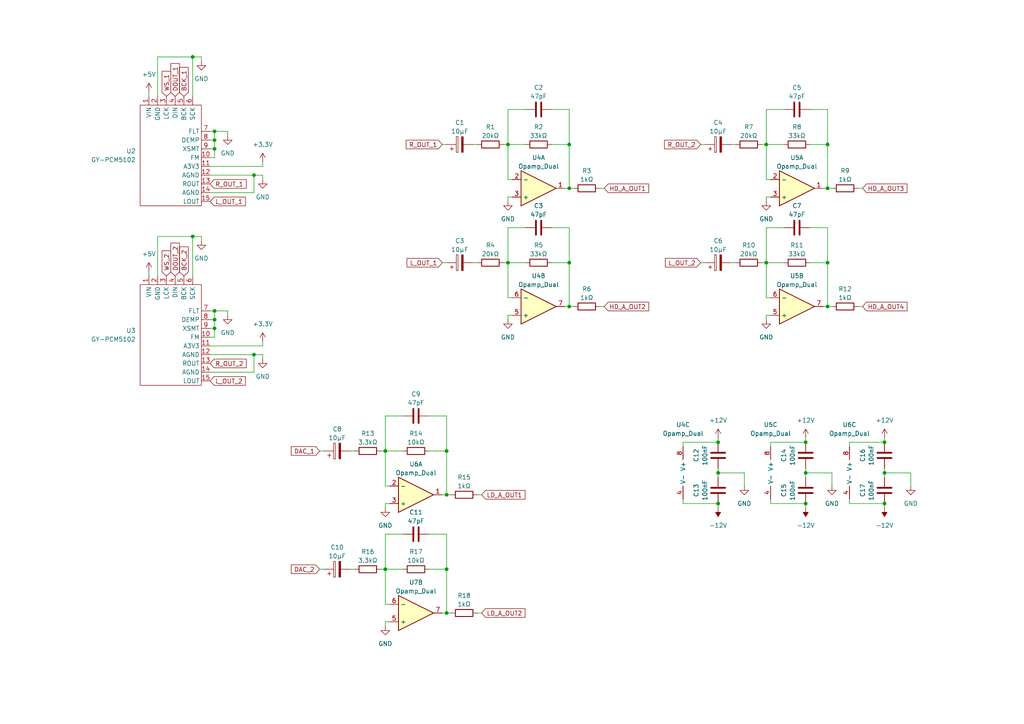
<source format=kicad_sch>
(kicad_sch (version 20211123) (generator eeschema)

  (uuid f1b137ae-d52a-41bf-84f2-a01d819425d4)

  (paper "A4")

  (lib_symbols
    (symbol "Audio_Module:GY-PCM5102" (in_bom yes) (on_board yes)
      (property "Reference" "U" (id 0) (at 0 -17.78 0)
        (effects (font (size 1.27 1.27)))
      )
      (property "Value" "GY-PCM5102" (id 1) (at 0 25.4 0)
        (effects (font (size 1.27 1.27)))
      )
      (property "Footprint" "" (id 2) (at 0 13.97 0)
        (effects (font (size 1.27 1.27)) hide)
      )
      (property "Datasheet" "" (id 3) (at 0 13.97 0)
        (effects (font (size 1.27 1.27)) hide)
      )
      (symbol "GY-PCM5102_0_1"
        (rectangle (start -8.89 13.97) (end 8.89 -15.24)
          (stroke (width 0) (type default) (color 0 0 0 0))
          (fill (type none))
        )
      )
      (symbol "GY-PCM5102_1_1"
        (pin input line (at -6.35 16.51 270) (length 2.54)
          (name "VIN" (effects (font (size 1.27 1.27))))
          (number "1" (effects (font (size 1.27 1.27))))
        )
        (pin input line (at 11.43 -1.27 180) (length 2.54)
          (name "FM" (effects (font (size 1.27 1.27))))
          (number "10" (effects (font (size 1.27 1.27))))
        )
        (pin input line (at 11.43 -3.81 180) (length 2.54)
          (name "A3V3" (effects (font (size 1.27 1.27))))
          (number "11" (effects (font (size 1.27 1.27))))
        )
        (pin input line (at 11.43 -6.35 180) (length 2.54)
          (name "AGND" (effects (font (size 1.27 1.27))))
          (number "12" (effects (font (size 1.27 1.27))))
        )
        (pin input line (at 11.43 -8.89 180) (length 2.54)
          (name "ROUT" (effects (font (size 1.27 1.27))))
          (number "13" (effects (font (size 1.27 1.27))))
        )
        (pin input line (at 11.43 -11.43 180) (length 2.54)
          (name "AGND" (effects (font (size 1.27 1.27))))
          (number "14" (effects (font (size 1.27 1.27))))
        )
        (pin input line (at 11.43 -13.97 180) (length 2.54)
          (name "LOUT" (effects (font (size 1.27 1.27))))
          (number "15" (effects (font (size 1.27 1.27))))
        )
        (pin input line (at -3.81 16.51 270) (length 2.54)
          (name "GND" (effects (font (size 1.27 1.27))))
          (number "2" (effects (font (size 1.27 1.27))))
        )
        (pin input line (at -1.27 16.51 270) (length 2.54)
          (name "LCK" (effects (font (size 1.27 1.27))))
          (number "3" (effects (font (size 1.27 1.27))))
        )
        (pin input line (at 1.27 16.51 270) (length 2.54)
          (name "DIN" (effects (font (size 1.27 1.27))))
          (number "4" (effects (font (size 1.27 1.27))))
        )
        (pin input line (at 3.81 16.51 270) (length 2.54)
          (name "BCK" (effects (font (size 1.27 1.27))))
          (number "5" (effects (font (size 1.27 1.27))))
        )
        (pin input line (at 6.35 16.51 270) (length 2.54)
          (name "SCK" (effects (font (size 1.27 1.27))))
          (number "6" (effects (font (size 1.27 1.27))))
        )
        (pin input line (at 11.43 6.35 180) (length 2.54)
          (name "FLT" (effects (font (size 1.27 1.27))))
          (number "7" (effects (font (size 1.27 1.27))))
        )
        (pin input line (at 11.43 3.81 180) (length 2.54)
          (name "DEMP" (effects (font (size 1.27 1.27))))
          (number "8" (effects (font (size 1.27 1.27))))
        )
        (pin input line (at 11.43 1.27 180) (length 2.54)
          (name "XSMT" (effects (font (size 1.27 1.27))))
          (number "9" (effects (font (size 1.27 1.27))))
        )
      )
    )
    (symbol "Device:C" (pin_numbers hide) (pin_names (offset 0.254)) (in_bom yes) (on_board yes)
      (property "Reference" "C" (id 0) (at 0.635 2.54 0)
        (effects (font (size 1.27 1.27)) (justify left))
      )
      (property "Value" "C" (id 1) (at 0.635 -2.54 0)
        (effects (font (size 1.27 1.27)) (justify left))
      )
      (property "Footprint" "" (id 2) (at 0.9652 -3.81 0)
        (effects (font (size 1.27 1.27)) hide)
      )
      (property "Datasheet" "~" (id 3) (at 0 0 0)
        (effects (font (size 1.27 1.27)) hide)
      )
      (property "ki_keywords" "cap capacitor" (id 4) (at 0 0 0)
        (effects (font (size 1.27 1.27)) hide)
      )
      (property "ki_description" "Unpolarized capacitor" (id 5) (at 0 0 0)
        (effects (font (size 1.27 1.27)) hide)
      )
      (property "ki_fp_filters" "C_*" (id 6) (at 0 0 0)
        (effects (font (size 1.27 1.27)) hide)
      )
      (symbol "C_0_1"
        (polyline
          (pts
            (xy -2.032 -0.762)
            (xy 2.032 -0.762)
          )
          (stroke (width 0.508) (type default) (color 0 0 0 0))
          (fill (type none))
        )
        (polyline
          (pts
            (xy -2.032 0.762)
            (xy 2.032 0.762)
          )
          (stroke (width 0.508) (type default) (color 0 0 0 0))
          (fill (type none))
        )
      )
      (symbol "C_1_1"
        (pin passive line (at 0 3.81 270) (length 2.794)
          (name "~" (effects (font (size 1.27 1.27))))
          (number "1" (effects (font (size 1.27 1.27))))
        )
        (pin passive line (at 0 -3.81 90) (length 2.794)
          (name "~" (effects (font (size 1.27 1.27))))
          (number "2" (effects (font (size 1.27 1.27))))
        )
      )
    )
    (symbol "Device:C_Polarized" (pin_numbers hide) (pin_names (offset 0.254)) (in_bom yes) (on_board yes)
      (property "Reference" "C" (id 0) (at 0.635 2.54 0)
        (effects (font (size 1.27 1.27)) (justify left))
      )
      (property "Value" "C_Polarized" (id 1) (at 0.635 -2.54 0)
        (effects (font (size 1.27 1.27)) (justify left))
      )
      (property "Footprint" "" (id 2) (at 0.9652 -3.81 0)
        (effects (font (size 1.27 1.27)) hide)
      )
      (property "Datasheet" "~" (id 3) (at 0 0 0)
        (effects (font (size 1.27 1.27)) hide)
      )
      (property "ki_keywords" "cap capacitor" (id 4) (at 0 0 0)
        (effects (font (size 1.27 1.27)) hide)
      )
      (property "ki_description" "Polarized capacitor" (id 5) (at 0 0 0)
        (effects (font (size 1.27 1.27)) hide)
      )
      (property "ki_fp_filters" "CP_*" (id 6) (at 0 0 0)
        (effects (font (size 1.27 1.27)) hide)
      )
      (symbol "C_Polarized_0_1"
        (rectangle (start -2.286 0.508) (end 2.286 1.016)
          (stroke (width 0) (type default) (color 0 0 0 0))
          (fill (type none))
        )
        (polyline
          (pts
            (xy -1.778 2.286)
            (xy -0.762 2.286)
          )
          (stroke (width 0) (type default) (color 0 0 0 0))
          (fill (type none))
        )
        (polyline
          (pts
            (xy -1.27 2.794)
            (xy -1.27 1.778)
          )
          (stroke (width 0) (type default) (color 0 0 0 0))
          (fill (type none))
        )
        (rectangle (start 2.286 -0.508) (end -2.286 -1.016)
          (stroke (width 0) (type default) (color 0 0 0 0))
          (fill (type outline))
        )
      )
      (symbol "C_Polarized_1_1"
        (pin passive line (at 0 3.81 270) (length 2.794)
          (name "~" (effects (font (size 1.27 1.27))))
          (number "1" (effects (font (size 1.27 1.27))))
        )
        (pin passive line (at 0 -3.81 90) (length 2.794)
          (name "~" (effects (font (size 1.27 1.27))))
          (number "2" (effects (font (size 1.27 1.27))))
        )
      )
    )
    (symbol "Device:Opamp_Dual" (in_bom yes) (on_board yes)
      (property "Reference" "U" (id 0) (at 0 5.08 0)
        (effects (font (size 1.27 1.27)) (justify left))
      )
      (property "Value" "Opamp_Dual" (id 1) (at 0 -5.08 0)
        (effects (font (size 1.27 1.27)) (justify left))
      )
      (property "Footprint" "" (id 2) (at 0 0 0)
        (effects (font (size 1.27 1.27)) hide)
      )
      (property "Datasheet" "~" (id 3) (at 0 0 0)
        (effects (font (size 1.27 1.27)) hide)
      )
      (property "ki_locked" "" (id 4) (at 0 0 0)
        (effects (font (size 1.27 1.27)))
      )
      (property "ki_keywords" "dual opamp" (id 5) (at 0 0 0)
        (effects (font (size 1.27 1.27)) hide)
      )
      (property "ki_description" "Dual operational amplifier" (id 6) (at 0 0 0)
        (effects (font (size 1.27 1.27)) hide)
      )
      (property "ki_fp_filters" "SOIC*3.9x4.9mm*P1.27mm* DIP*W7.62mm* MSOP*3x3mm*P0.65mm* SSOP*2.95x2.8mm*P0.65mm* TSSOP*3x3mm*P0.65mm* VSSOP*P0.5mm* TO?99*" (id 7) (at 0 0 0)
        (effects (font (size 1.27 1.27)) hide)
      )
      (symbol "Opamp_Dual_1_1"
        (polyline
          (pts
            (xy -5.08 5.08)
            (xy 5.08 0)
            (xy -5.08 -5.08)
            (xy -5.08 5.08)
          )
          (stroke (width 0.254) (type default) (color 0 0 0 0))
          (fill (type background))
        )
        (pin output line (at 7.62 0 180) (length 2.54)
          (name "~" (effects (font (size 1.27 1.27))))
          (number "1" (effects (font (size 1.27 1.27))))
        )
        (pin input line (at -7.62 -2.54 0) (length 2.54)
          (name "-" (effects (font (size 1.27 1.27))))
          (number "2" (effects (font (size 1.27 1.27))))
        )
        (pin input line (at -7.62 2.54 0) (length 2.54)
          (name "+" (effects (font (size 1.27 1.27))))
          (number "3" (effects (font (size 1.27 1.27))))
        )
      )
      (symbol "Opamp_Dual_2_1"
        (polyline
          (pts
            (xy -5.08 5.08)
            (xy 5.08 0)
            (xy -5.08 -5.08)
            (xy -5.08 5.08)
          )
          (stroke (width 0.254) (type default) (color 0 0 0 0))
          (fill (type background))
        )
        (pin input line (at -7.62 2.54 0) (length 2.54)
          (name "+" (effects (font (size 1.27 1.27))))
          (number "5" (effects (font (size 1.27 1.27))))
        )
        (pin input line (at -7.62 -2.54 0) (length 2.54)
          (name "-" (effects (font (size 1.27 1.27))))
          (number "6" (effects (font (size 1.27 1.27))))
        )
        (pin output line (at 7.62 0 180) (length 2.54)
          (name "~" (effects (font (size 1.27 1.27))))
          (number "7" (effects (font (size 1.27 1.27))))
        )
      )
      (symbol "Opamp_Dual_3_1"
        (pin power_in line (at -2.54 -7.62 90) (length 3.81)
          (name "V-" (effects (font (size 1.27 1.27))))
          (number "4" (effects (font (size 1.27 1.27))))
        )
        (pin power_in line (at -2.54 7.62 270) (length 3.81)
          (name "V+" (effects (font (size 1.27 1.27))))
          (number "8" (effects (font (size 1.27 1.27))))
        )
      )
    )
    (symbol "Device:R" (pin_numbers hide) (pin_names (offset 0)) (in_bom yes) (on_board yes)
      (property "Reference" "R" (id 0) (at 2.032 0 90)
        (effects (font (size 1.27 1.27)))
      )
      (property "Value" "R" (id 1) (at 0 0 90)
        (effects (font (size 1.27 1.27)))
      )
      (property "Footprint" "" (id 2) (at -1.778 0 90)
        (effects (font (size 1.27 1.27)) hide)
      )
      (property "Datasheet" "~" (id 3) (at 0 0 0)
        (effects (font (size 1.27 1.27)) hide)
      )
      (property "ki_keywords" "R res resistor" (id 4) (at 0 0 0)
        (effects (font (size 1.27 1.27)) hide)
      )
      (property "ki_description" "Resistor" (id 5) (at 0 0 0)
        (effects (font (size 1.27 1.27)) hide)
      )
      (property "ki_fp_filters" "R_*" (id 6) (at 0 0 0)
        (effects (font (size 1.27 1.27)) hide)
      )
      (symbol "R_0_1"
        (rectangle (start -1.016 -2.54) (end 1.016 2.54)
          (stroke (width 0.254) (type default) (color 0 0 0 0))
          (fill (type none))
        )
      )
      (symbol "R_1_1"
        (pin passive line (at 0 3.81 270) (length 1.27)
          (name "~" (effects (font (size 1.27 1.27))))
          (number "1" (effects (font (size 1.27 1.27))))
        )
        (pin passive line (at 0 -3.81 90) (length 1.27)
          (name "~" (effects (font (size 1.27 1.27))))
          (number "2" (effects (font (size 1.27 1.27))))
        )
      )
    )
    (symbol "power:+12V" (power) (pin_names (offset 0)) (in_bom yes) (on_board yes)
      (property "Reference" "#PWR" (id 0) (at 0 -3.81 0)
        (effects (font (size 1.27 1.27)) hide)
      )
      (property "Value" "+12V" (id 1) (at 0 3.556 0)
        (effects (font (size 1.27 1.27)))
      )
      (property "Footprint" "" (id 2) (at 0 0 0)
        (effects (font (size 1.27 1.27)) hide)
      )
      (property "Datasheet" "" (id 3) (at 0 0 0)
        (effects (font (size 1.27 1.27)) hide)
      )
      (property "ki_keywords" "power-flag" (id 4) (at 0 0 0)
        (effects (font (size 1.27 1.27)) hide)
      )
      (property "ki_description" "Power symbol creates a global label with name \"+12V\"" (id 5) (at 0 0 0)
        (effects (font (size 1.27 1.27)) hide)
      )
      (symbol "+12V_0_1"
        (polyline
          (pts
            (xy -0.762 1.27)
            (xy 0 2.54)
          )
          (stroke (width 0) (type default) (color 0 0 0 0))
          (fill (type none))
        )
        (polyline
          (pts
            (xy 0 0)
            (xy 0 2.54)
          )
          (stroke (width 0) (type default) (color 0 0 0 0))
          (fill (type none))
        )
        (polyline
          (pts
            (xy 0 2.54)
            (xy 0.762 1.27)
          )
          (stroke (width 0) (type default) (color 0 0 0 0))
          (fill (type none))
        )
      )
      (symbol "+12V_1_1"
        (pin power_in line (at 0 0 90) (length 0) hide
          (name "+12V" (effects (font (size 1.27 1.27))))
          (number "1" (effects (font (size 1.27 1.27))))
        )
      )
    )
    (symbol "power:+3.3V" (power) (pin_names (offset 0)) (in_bom yes) (on_board yes)
      (property "Reference" "#PWR" (id 0) (at 0 -3.81 0)
        (effects (font (size 1.27 1.27)) hide)
      )
      (property "Value" "+3.3V" (id 1) (at 0 3.556 0)
        (effects (font (size 1.27 1.27)))
      )
      (property "Footprint" "" (id 2) (at 0 0 0)
        (effects (font (size 1.27 1.27)) hide)
      )
      (property "Datasheet" "" (id 3) (at 0 0 0)
        (effects (font (size 1.27 1.27)) hide)
      )
      (property "ki_keywords" "power-flag" (id 4) (at 0 0 0)
        (effects (font (size 1.27 1.27)) hide)
      )
      (property "ki_description" "Power symbol creates a global label with name \"+3.3V\"" (id 5) (at 0 0 0)
        (effects (font (size 1.27 1.27)) hide)
      )
      (symbol "+3.3V_0_1"
        (polyline
          (pts
            (xy -0.762 1.27)
            (xy 0 2.54)
          )
          (stroke (width 0) (type default) (color 0 0 0 0))
          (fill (type none))
        )
        (polyline
          (pts
            (xy 0 0)
            (xy 0 2.54)
          )
          (stroke (width 0) (type default) (color 0 0 0 0))
          (fill (type none))
        )
        (polyline
          (pts
            (xy 0 2.54)
            (xy 0.762 1.27)
          )
          (stroke (width 0) (type default) (color 0 0 0 0))
          (fill (type none))
        )
      )
      (symbol "+3.3V_1_1"
        (pin power_in line (at 0 0 90) (length 0) hide
          (name "+3.3V" (effects (font (size 1.27 1.27))))
          (number "1" (effects (font (size 1.27 1.27))))
        )
      )
    )
    (symbol "power:+5V" (power) (pin_names (offset 0)) (in_bom yes) (on_board yes)
      (property "Reference" "#PWR" (id 0) (at 0 -3.81 0)
        (effects (font (size 1.27 1.27)) hide)
      )
      (property "Value" "+5V" (id 1) (at 0 3.556 0)
        (effects (font (size 1.27 1.27)))
      )
      (property "Footprint" "" (id 2) (at 0 0 0)
        (effects (font (size 1.27 1.27)) hide)
      )
      (property "Datasheet" "" (id 3) (at 0 0 0)
        (effects (font (size 1.27 1.27)) hide)
      )
      (property "ki_keywords" "power-flag" (id 4) (at 0 0 0)
        (effects (font (size 1.27 1.27)) hide)
      )
      (property "ki_description" "Power symbol creates a global label with name \"+5V\"" (id 5) (at 0 0 0)
        (effects (font (size 1.27 1.27)) hide)
      )
      (symbol "+5V_0_1"
        (polyline
          (pts
            (xy -0.762 1.27)
            (xy 0 2.54)
          )
          (stroke (width 0) (type default) (color 0 0 0 0))
          (fill (type none))
        )
        (polyline
          (pts
            (xy 0 0)
            (xy 0 2.54)
          )
          (stroke (width 0) (type default) (color 0 0 0 0))
          (fill (type none))
        )
        (polyline
          (pts
            (xy 0 2.54)
            (xy 0.762 1.27)
          )
          (stroke (width 0) (type default) (color 0 0 0 0))
          (fill (type none))
        )
      )
      (symbol "+5V_1_1"
        (pin power_in line (at 0 0 90) (length 0) hide
          (name "+5V" (effects (font (size 1.27 1.27))))
          (number "1" (effects (font (size 1.27 1.27))))
        )
      )
    )
    (symbol "power:-12V" (power) (pin_names (offset 0)) (in_bom yes) (on_board yes)
      (property "Reference" "#PWR" (id 0) (at 0 2.54 0)
        (effects (font (size 1.27 1.27)) hide)
      )
      (property "Value" "-12V" (id 1) (at 0 3.81 0)
        (effects (font (size 1.27 1.27)))
      )
      (property "Footprint" "" (id 2) (at 0 0 0)
        (effects (font (size 1.27 1.27)) hide)
      )
      (property "Datasheet" "" (id 3) (at 0 0 0)
        (effects (font (size 1.27 1.27)) hide)
      )
      (property "ki_keywords" "power-flag" (id 4) (at 0 0 0)
        (effects (font (size 1.27 1.27)) hide)
      )
      (property "ki_description" "Power symbol creates a global label with name \"-12V\"" (id 5) (at 0 0 0)
        (effects (font (size 1.27 1.27)) hide)
      )
      (symbol "-12V_0_0"
        (pin power_in line (at 0 0 90) (length 0) hide
          (name "-12V" (effects (font (size 1.27 1.27))))
          (number "1" (effects (font (size 1.27 1.27))))
        )
      )
      (symbol "-12V_0_1"
        (polyline
          (pts
            (xy 0 0)
            (xy 0 1.27)
            (xy 0.762 1.27)
            (xy 0 2.54)
            (xy -0.762 1.27)
            (xy 0 1.27)
          )
          (stroke (width 0) (type default) (color 0 0 0 0))
          (fill (type outline))
        )
      )
    )
    (symbol "power:GND" (power) (pin_names (offset 0)) (in_bom yes) (on_board yes)
      (property "Reference" "#PWR" (id 0) (at 0 -6.35 0)
        (effects (font (size 1.27 1.27)) hide)
      )
      (property "Value" "GND" (id 1) (at 0 -3.81 0)
        (effects (font (size 1.27 1.27)))
      )
      (property "Footprint" "" (id 2) (at 0 0 0)
        (effects (font (size 1.27 1.27)) hide)
      )
      (property "Datasheet" "" (id 3) (at 0 0 0)
        (effects (font (size 1.27 1.27)) hide)
      )
      (property "ki_keywords" "power-flag" (id 4) (at 0 0 0)
        (effects (font (size 1.27 1.27)) hide)
      )
      (property "ki_description" "Power symbol creates a global label with name \"GND\" , ground" (id 5) (at 0 0 0)
        (effects (font (size 1.27 1.27)) hide)
      )
      (symbol "GND_0_1"
        (polyline
          (pts
            (xy 0 0)
            (xy 0 -1.27)
            (xy 1.27 -1.27)
            (xy 0 -2.54)
            (xy -1.27 -1.27)
            (xy 0 -1.27)
          )
          (stroke (width 0) (type default) (color 0 0 0 0))
          (fill (type none))
        )
      )
      (symbol "GND_1_1"
        (pin power_in line (at 0 0 270) (length 0) hide
          (name "GND" (effects (font (size 1.27 1.27))))
          (number "1" (effects (font (size 1.27 1.27))))
        )
      )
    )
  )

  (junction (at 165.1 54.61) (diameter 0) (color 0 0 0 0)
    (uuid 088def2b-1bfd-424b-bd57-ce1a4b9ca069)
  )
  (junction (at 165.1 76.2) (diameter 0) (color 0 0 0 0)
    (uuid 1127110b-6a6d-4bfb-8955-1d3d189c4060)
  )
  (junction (at 240.03 76.2) (diameter 0) (color 0 0 0 0)
    (uuid 1c2dc0b1-0cb5-4f8e-a5ec-98cb9debcbd7)
  )
  (junction (at 73.66 102.87) (diameter 0) (color 0 0 0 0)
    (uuid 20e7af82-32dd-479a-b373-866b8b6e6928)
  )
  (junction (at 256.54 137.16) (diameter 0) (color 0 0 0 0)
    (uuid 2279392c-776b-4698-a073-01eb49c9533d)
  )
  (junction (at 147.32 41.91) (diameter 0) (color 0 0 0 0)
    (uuid 2c383c6a-dd5c-472f-86f6-ccb5e53479d4)
  )
  (junction (at 240.03 41.91) (diameter 0) (color 0 0 0 0)
    (uuid 3776904e-f358-46be-8bc0-4e41efd45fb7)
  )
  (junction (at 55.88 16.51) (diameter 0) (color 0 0 0 0)
    (uuid 42eaae49-5b18-4964-91f8-a0474e0f3ec4)
  )
  (junction (at 129.54 130.81) (diameter 0) (color 0 0 0 0)
    (uuid 46ebde72-5396-41f1-88f9-22bcdc3409e0)
  )
  (junction (at 256.54 146.05) (diameter 0) (color 0 0 0 0)
    (uuid 4c70e86e-f2f5-4bcd-aaf7-e9df9557ef0f)
  )
  (junction (at 165.1 88.9) (diameter 0) (color 0 0 0 0)
    (uuid 4f133f62-1e8e-4bea-a7a2-a2011d440b90)
  )
  (junction (at 62.23 40.64) (diameter 0) (color 0 0 0 0)
    (uuid 4fdf9448-e990-40ca-af3c-9f958e0da5b3)
  )
  (junction (at 233.68 128.27) (diameter 0) (color 0 0 0 0)
    (uuid 5377d1ac-d4a4-49bf-b841-a27d173a7c54)
  )
  (junction (at 73.66 50.8) (diameter 0) (color 0 0 0 0)
    (uuid 56f7b8ce-b15b-4ae0-be83-54403915c716)
  )
  (junction (at 62.23 92.71) (diameter 0) (color 0 0 0 0)
    (uuid 6e16aa64-7ef1-4a4e-8d8c-78547b7c2f71)
  )
  (junction (at 147.32 76.2) (diameter 0) (color 0 0 0 0)
    (uuid 7021248c-484e-40b8-8226-389998a438ae)
  )
  (junction (at 62.23 43.18) (diameter 0) (color 0 0 0 0)
    (uuid 77424daf-8b66-48c0-bdc5-55d3341b460a)
  )
  (junction (at 256.54 128.27) (diameter 0) (color 0 0 0 0)
    (uuid 7931013a-d91b-4e1d-8d6b-028268625c2b)
  )
  (junction (at 240.03 88.9) (diameter 0) (color 0 0 0 0)
    (uuid 79e77175-d639-412e-9efc-c6fa5d1d10df)
  )
  (junction (at 129.54 177.8) (diameter 0) (color 0 0 0 0)
    (uuid 80b06cf0-b82c-499b-8c8e-7721a44387f4)
  )
  (junction (at 55.88 68.58) (diameter 0) (color 0 0 0 0)
    (uuid 88d6e79e-98fd-4493-a537-b93c629936af)
  )
  (junction (at 129.54 143.51) (diameter 0) (color 0 0 0 0)
    (uuid 8fc14e26-ef50-43c8-9a51-e369bd3b4d91)
  )
  (junction (at 222.25 76.2) (diameter 0) (color 0 0 0 0)
    (uuid 97c4dd2a-9d5c-487e-b0b2-cc68dd8c5557)
  )
  (junction (at 233.68 137.16) (diameter 0) (color 0 0 0 0)
    (uuid 97cf0ee3-bf88-4431-8407-dac1cc91e7ad)
  )
  (junction (at 208.28 146.05) (diameter 0) (color 0 0 0 0)
    (uuid 9d7ef89a-ee8a-4214-b7cb-9352f678b332)
  )
  (junction (at 129.54 165.1) (diameter 0) (color 0 0 0 0)
    (uuid a03e8ee5-bef2-4bc5-a0a3-2be93f3edc9e)
  )
  (junction (at 62.23 90.17) (diameter 0) (color 0 0 0 0)
    (uuid aaf7e5ab-0b28-4f6a-8e72-1bf61ad54937)
  )
  (junction (at 208.28 137.16) (diameter 0) (color 0 0 0 0)
    (uuid acf355bc-4fce-4537-9e66-ec95db801017)
  )
  (junction (at 165.1 41.91) (diameter 0) (color 0 0 0 0)
    (uuid b8959df9-26ef-4024-852a-3454f65a4d4b)
  )
  (junction (at 233.68 146.05) (diameter 0) (color 0 0 0 0)
    (uuid bca76807-cb53-4d9b-acb7-269c5545a18e)
  )
  (junction (at 62.23 95.25) (diameter 0) (color 0 0 0 0)
    (uuid be6d0d55-b88f-42c9-8d8d-b7ee031a3346)
  )
  (junction (at 111.76 130.81) (diameter 0) (color 0 0 0 0)
    (uuid c7b922a2-1db0-405f-8d3a-0605c018429b)
  )
  (junction (at 62.23 38.1) (diameter 0) (color 0 0 0 0)
    (uuid d8d040ac-b9b4-427b-a3a5-ba66faad8f90)
  )
  (junction (at 240.03 54.61) (diameter 0) (color 0 0 0 0)
    (uuid df3d0473-1a63-4e40-b21d-1cff5a2ba202)
  )
  (junction (at 111.76 165.1) (diameter 0) (color 0 0 0 0)
    (uuid ee19c51b-4ce7-4742-944a-97b388afbb13)
  )
  (junction (at 208.28 128.27) (diameter 0) (color 0 0 0 0)
    (uuid f210b4b0-efa8-488d-8285-26003fd8a73c)
  )
  (junction (at 222.25 41.91) (diameter 0) (color 0 0 0 0)
    (uuid f6398821-d5dd-4c45-b2c5-beefa01ebbc0)
  )

  (wire (pts (xy 147.32 57.15) (xy 148.59 57.15))
    (stroke (width 0) (type default) (color 0 0 0 0))
    (uuid 0053673c-0bac-4d5c-ba9c-db07376ca633)
  )
  (wire (pts (xy 73.66 102.87) (xy 73.66 107.95))
    (stroke (width 0) (type default) (color 0 0 0 0))
    (uuid 02058aa1-ebd5-4435-8c03-3f34df901ed6)
  )
  (wire (pts (xy 101.6 165.1) (xy 102.87 165.1))
    (stroke (width 0) (type default) (color 0 0 0 0))
    (uuid 02ada4c4-3d52-4035-871d-aec9922b68b3)
  )
  (wire (pts (xy 215.9 140.97) (xy 215.9 137.16))
    (stroke (width 0) (type default) (color 0 0 0 0))
    (uuid 02b58f7e-13a8-46b1-a8eb-f1a1046645fe)
  )
  (wire (pts (xy 222.25 41.91) (xy 220.98 41.91))
    (stroke (width 0) (type default) (color 0 0 0 0))
    (uuid 0350e0d3-bc63-4b9d-a088-19d14e11ad9e)
  )
  (wire (pts (xy 208.28 127) (xy 208.28 128.27))
    (stroke (width 0) (type default) (color 0 0 0 0))
    (uuid 0531b5a9-9bd6-4405-b02a-e7613bfdba9f)
  )
  (wire (pts (xy 128.27 177.8) (xy 129.54 177.8))
    (stroke (width 0) (type default) (color 0 0 0 0))
    (uuid 0549e537-8767-4eb6-a2cd-597d662ebf10)
  )
  (wire (pts (xy 129.54 165.1) (xy 129.54 177.8))
    (stroke (width 0) (type default) (color 0 0 0 0))
    (uuid 0568c3d7-29f2-4aa2-ba58-946069a2732e)
  )
  (wire (pts (xy 240.03 41.91) (xy 240.03 54.61))
    (stroke (width 0) (type default) (color 0 0 0 0))
    (uuid 06d942e4-41d0-4bb1-a607-2b9fbe7231e1)
  )
  (wire (pts (xy 62.23 38.1) (xy 66.04 38.1))
    (stroke (width 0) (type default) (color 0 0 0 0))
    (uuid 06ee6f21-31fe-448d-b823-72de9def4e9e)
  )
  (wire (pts (xy 62.23 45.72) (xy 60.96 45.72))
    (stroke (width 0) (type default) (color 0 0 0 0))
    (uuid 07a04525-1e85-488f-9aaf-e6ad533e3de3)
  )
  (wire (pts (xy 113.03 140.97) (xy 111.76 140.97))
    (stroke (width 0) (type default) (color 0 0 0 0))
    (uuid 090ef881-204e-43a6-bc7f-a15a2e645d2e)
  )
  (wire (pts (xy 62.23 43.18) (xy 60.96 43.18))
    (stroke (width 0) (type default) (color 0 0 0 0))
    (uuid 0c798315-4c89-47f6-b121-3ce745c36fdf)
  )
  (wire (pts (xy 222.25 76.2) (xy 227.33 76.2))
    (stroke (width 0) (type default) (color 0 0 0 0))
    (uuid 0c8bd515-9dbe-4d4a-817c-b452675032af)
  )
  (wire (pts (xy 240.03 76.2) (xy 240.03 88.9))
    (stroke (width 0) (type default) (color 0 0 0 0))
    (uuid 0e54bb83-430c-4f17-ac65-f075b3ce72c4)
  )
  (wire (pts (xy 222.25 76.2) (xy 222.25 86.36))
    (stroke (width 0) (type default) (color 0 0 0 0))
    (uuid 120cf76b-847d-4f4a-82b2-9546da628408)
  )
  (wire (pts (xy 240.03 31.75) (xy 240.03 41.91))
    (stroke (width 0) (type default) (color 0 0 0 0))
    (uuid 1222b4b0-0ea2-46a2-8355-039aa629eba9)
  )
  (wire (pts (xy 147.32 91.44) (xy 148.59 91.44))
    (stroke (width 0) (type default) (color 0 0 0 0))
    (uuid 13560b1e-da95-4933-b8c3-c0d1227b9146)
  )
  (wire (pts (xy 147.32 58.42) (xy 147.32 57.15))
    (stroke (width 0) (type default) (color 0 0 0 0))
    (uuid 1443cd5c-24cc-46f6-a17e-5a430783c4df)
  )
  (wire (pts (xy 111.76 130.81) (xy 111.76 120.65))
    (stroke (width 0) (type default) (color 0 0 0 0))
    (uuid 15827cf3-92e4-44bf-bb1e-e73fea76e228)
  )
  (wire (pts (xy 60.96 50.8) (xy 73.66 50.8))
    (stroke (width 0) (type default) (color 0 0 0 0))
    (uuid 15998d1e-4cf3-42f7-a7d6-d15f156e79ac)
  )
  (wire (pts (xy 222.25 66.04) (xy 227.33 66.04))
    (stroke (width 0) (type default) (color 0 0 0 0))
    (uuid 17229d68-bade-4479-b643-b0657dbcd0e9)
  )
  (wire (pts (xy 246.38 146.05) (xy 256.54 146.05))
    (stroke (width 0) (type default) (color 0 0 0 0))
    (uuid 19806897-964f-4ce1-ae18-3706ceb1b680)
  )
  (wire (pts (xy 111.76 120.65) (xy 116.84 120.65))
    (stroke (width 0) (type default) (color 0 0 0 0))
    (uuid 19958504-cee3-4503-95b5-606c681dd457)
  )
  (wire (pts (xy 147.32 66.04) (xy 152.4 66.04))
    (stroke (width 0) (type default) (color 0 0 0 0))
    (uuid 1caf3c32-9d1e-4b5d-a610-a73eebce3608)
  )
  (wire (pts (xy 55.88 68.58) (xy 45.72 68.58))
    (stroke (width 0) (type default) (color 0 0 0 0))
    (uuid 1cb786e1-5171-42a7-883b-99fb6397c1f1)
  )
  (wire (pts (xy 165.1 31.75) (xy 165.1 41.91))
    (stroke (width 0) (type default) (color 0 0 0 0))
    (uuid 1d024b14-56d8-4f65-84f3-6861688318fe)
  )
  (wire (pts (xy 264.16 140.97) (xy 264.16 137.16))
    (stroke (width 0) (type default) (color 0 0 0 0))
    (uuid 20caa120-f108-4b68-b5a8-cc1760d895db)
  )
  (wire (pts (xy 76.2 104.14) (xy 76.2 102.87))
    (stroke (width 0) (type default) (color 0 0 0 0))
    (uuid 220fa26e-3fb8-41e9-94fe-01a7f2ae332d)
  )
  (wire (pts (xy 62.23 92.71) (xy 62.23 95.25))
    (stroke (width 0) (type default) (color 0 0 0 0))
    (uuid 23813007-834c-49a7-ae18-0f0bbf96211d)
  )
  (wire (pts (xy 58.42 17.78) (xy 58.42 16.51))
    (stroke (width 0) (type default) (color 0 0 0 0))
    (uuid 2457a817-7550-43d3-8994-8b7abfd5e766)
  )
  (wire (pts (xy 233.68 127) (xy 233.68 128.27))
    (stroke (width 0) (type default) (color 0 0 0 0))
    (uuid 2565a627-8cb9-4369-8218-3a8f1210a01d)
  )
  (wire (pts (xy 165.1 76.2) (xy 165.1 88.9))
    (stroke (width 0) (type default) (color 0 0 0 0))
    (uuid 28a26e7b-9136-49db-b8b0-48aa0e47e7ab)
  )
  (wire (pts (xy 55.88 68.58) (xy 58.42 68.58))
    (stroke (width 0) (type default) (color 0 0 0 0))
    (uuid 28d76b25-72c1-4700-9714-d3c6a0642039)
  )
  (wire (pts (xy 55.88 80.01) (xy 55.88 68.58))
    (stroke (width 0) (type default) (color 0 0 0 0))
    (uuid 29fc7d04-26ee-49ba-9e77-4105f4df8379)
  )
  (wire (pts (xy 208.28 137.16) (xy 208.28 138.43))
    (stroke (width 0) (type default) (color 0 0 0 0))
    (uuid 2a41ed6b-d5ef-4380-9b8a-fd09d8a4c2cc)
  )
  (wire (pts (xy 76.2 102.87) (xy 73.66 102.87))
    (stroke (width 0) (type default) (color 0 0 0 0))
    (uuid 2d0beb88-f87a-4fdd-bd30-cb167a71111e)
  )
  (wire (pts (xy 198.12 146.05) (xy 208.28 146.05))
    (stroke (width 0) (type default) (color 0 0 0 0))
    (uuid 2dd6a89b-0b6d-49f3-b6d9-051a2a8c5846)
  )
  (wire (pts (xy 147.32 76.2) (xy 146.05 76.2))
    (stroke (width 0) (type default) (color 0 0 0 0))
    (uuid 2ee321e9-3c21-4d85-853d-b17aaea68574)
  )
  (wire (pts (xy 165.1 54.61) (xy 166.37 54.61))
    (stroke (width 0) (type default) (color 0 0 0 0))
    (uuid 3015578d-7e39-45bf-a54f-9b6cf46bfad1)
  )
  (wire (pts (xy 111.76 165.1) (xy 111.76 175.26))
    (stroke (width 0) (type default) (color 0 0 0 0))
    (uuid 30ec47b4-4567-4193-b82a-06f2b148a5fe)
  )
  (wire (pts (xy 223.52 52.07) (xy 222.25 52.07))
    (stroke (width 0) (type default) (color 0 0 0 0))
    (uuid 3182534e-87d3-4b6b-a666-f1747d37e8b0)
  )
  (wire (pts (xy 246.38 128.27) (xy 256.54 128.27))
    (stroke (width 0) (type default) (color 0 0 0 0))
    (uuid 327b733f-0c31-4232-8194-bfac72f84b2c)
  )
  (wire (pts (xy 76.2 99.06) (xy 76.2 100.33))
    (stroke (width 0) (type default) (color 0 0 0 0))
    (uuid 33ff90fd-26b9-4278-8071-7a52661499c9)
  )
  (wire (pts (xy 203.2 41.91) (xy 204.47 41.91))
    (stroke (width 0) (type default) (color 0 0 0 0))
    (uuid 35fa4988-8490-4a27-ae85-f1e820804339)
  )
  (wire (pts (xy 55.88 16.51) (xy 45.72 16.51))
    (stroke (width 0) (type default) (color 0 0 0 0))
    (uuid 36888ca2-94f0-4f75-9bdb-a67d5e018d95)
  )
  (wire (pts (xy 66.04 38.1) (xy 66.04 39.37))
    (stroke (width 0) (type default) (color 0 0 0 0))
    (uuid 36a59da1-5fdb-40a0-842e-16085d7d9d4c)
  )
  (wire (pts (xy 208.28 146.05) (xy 208.28 147.32))
    (stroke (width 0) (type default) (color 0 0 0 0))
    (uuid 370f7389-f4e4-4a18-baca-dcbd7a176405)
  )
  (wire (pts (xy 111.76 130.81) (xy 116.84 130.81))
    (stroke (width 0) (type default) (color 0 0 0 0))
    (uuid 3803b592-0a78-4c4e-947a-fbca7c02e75b)
  )
  (wire (pts (xy 137.16 41.91) (xy 138.43 41.91))
    (stroke (width 0) (type default) (color 0 0 0 0))
    (uuid 394ce7ee-e42d-4aec-902b-62a0d3db622a)
  )
  (wire (pts (xy 165.1 66.04) (xy 165.1 76.2))
    (stroke (width 0) (type default) (color 0 0 0 0))
    (uuid 3a457dd6-4b42-4f11-aaf1-b99ee0974b0d)
  )
  (wire (pts (xy 76.2 52.07) (xy 76.2 50.8))
    (stroke (width 0) (type default) (color 0 0 0 0))
    (uuid 403a325b-0ae3-407b-94f3-350e5bf24cf2)
  )
  (wire (pts (xy 62.23 90.17) (xy 62.23 92.71))
    (stroke (width 0) (type default) (color 0 0 0 0))
    (uuid 40905839-c461-4d65-bdeb-359b648647cd)
  )
  (wire (pts (xy 147.32 41.91) (xy 147.32 52.07))
    (stroke (width 0) (type default) (color 0 0 0 0))
    (uuid 42afd9b3-671e-4696-a6c4-71e0ec26f3cb)
  )
  (wire (pts (xy 124.46 130.81) (xy 129.54 130.81))
    (stroke (width 0) (type default) (color 0 0 0 0))
    (uuid 431b01ce-b23d-4cda-977a-4f215b86e7af)
  )
  (wire (pts (xy 138.43 177.8) (xy 139.7 177.8))
    (stroke (width 0) (type default) (color 0 0 0 0))
    (uuid 4588c42c-d1f1-45f1-b73e-3c56b8f76fd7)
  )
  (wire (pts (xy 147.32 92.71) (xy 147.32 91.44))
    (stroke (width 0) (type default) (color 0 0 0 0))
    (uuid 466e48e4-e853-4e92-9d97-1346bcd596d9)
  )
  (wire (pts (xy 60.96 90.17) (xy 62.23 90.17))
    (stroke (width 0) (type default) (color 0 0 0 0))
    (uuid 481cf6b4-f174-4bc0-ba8d-932b459a3315)
  )
  (wire (pts (xy 222.25 57.15) (xy 223.52 57.15))
    (stroke (width 0) (type default) (color 0 0 0 0))
    (uuid 48668ab4-86ca-44ee-a68b-abd11a476626)
  )
  (wire (pts (xy 256.54 135.89) (xy 256.54 137.16))
    (stroke (width 0) (type default) (color 0 0 0 0))
    (uuid 4bbd0c03-f3a6-4160-95fe-667af0fba799)
  )
  (wire (pts (xy 124.46 154.94) (xy 129.54 154.94))
    (stroke (width 0) (type default) (color 0 0 0 0))
    (uuid 4c0c42e5-0b45-4e23-9541-970a79af27cc)
  )
  (wire (pts (xy 92.71 130.81) (xy 93.98 130.81))
    (stroke (width 0) (type default) (color 0 0 0 0))
    (uuid 4c9781e4-80f7-4c29-be93-2ac2d370d310)
  )
  (wire (pts (xy 256.54 146.05) (xy 256.54 147.32))
    (stroke (width 0) (type default) (color 0 0 0 0))
    (uuid 4f3a10a5-0c32-4420-8f0f-451225e62450)
  )
  (wire (pts (xy 111.76 165.1) (xy 111.76 154.94))
    (stroke (width 0) (type default) (color 0 0 0 0))
    (uuid 501d45d6-db7d-4f24-9117-c069802900ce)
  )
  (wire (pts (xy 233.68 137.16) (xy 233.68 138.43))
    (stroke (width 0) (type default) (color 0 0 0 0))
    (uuid 518ef34a-0ba9-4288-8bb8-c329915dfe96)
  )
  (wire (pts (xy 60.96 48.26) (xy 76.2 48.26))
    (stroke (width 0) (type default) (color 0 0 0 0))
    (uuid 518fed91-977d-4d63-93fa-82b0dbea4fac)
  )
  (wire (pts (xy 222.25 76.2) (xy 220.98 76.2))
    (stroke (width 0) (type default) (color 0 0 0 0))
    (uuid 525092bc-ff9d-4eb3-862d-ec1a76bc1a5f)
  )
  (wire (pts (xy 234.95 76.2) (xy 240.03 76.2))
    (stroke (width 0) (type default) (color 0 0 0 0))
    (uuid 549009ff-c184-4529-bfcb-7b25fe15cd8b)
  )
  (wire (pts (xy 223.52 128.27) (xy 223.52 129.54))
    (stroke (width 0) (type default) (color 0 0 0 0))
    (uuid 554cc7d7-5593-42f4-bbfb-460dedbd4000)
  )
  (wire (pts (xy 233.68 135.89) (xy 233.68 137.16))
    (stroke (width 0) (type default) (color 0 0 0 0))
    (uuid 56c10b30-4ecb-4cb8-ad32-e0709c39b831)
  )
  (wire (pts (xy 163.83 88.9) (xy 165.1 88.9))
    (stroke (width 0) (type default) (color 0 0 0 0))
    (uuid 58523390-ac82-46f9-b7dc-597019140323)
  )
  (wire (pts (xy 124.46 165.1) (xy 129.54 165.1))
    (stroke (width 0) (type default) (color 0 0 0 0))
    (uuid 58ad7b6b-a1a1-4bd4-ab9e-37b387d5f35f)
  )
  (wire (pts (xy 60.96 38.1) (xy 62.23 38.1))
    (stroke (width 0) (type default) (color 0 0 0 0))
    (uuid 5c22e21f-77a8-468a-a0d0-d8041ec64e5c)
  )
  (wire (pts (xy 55.88 27.94) (xy 55.88 16.51))
    (stroke (width 0) (type default) (color 0 0 0 0))
    (uuid 5f3d048b-c3d7-47a4-a310-4ce1585012da)
  )
  (wire (pts (xy 138.43 143.51) (xy 139.7 143.51))
    (stroke (width 0) (type default) (color 0 0 0 0))
    (uuid 69b7886b-aaab-47db-8af0-a16cc18b59e7)
  )
  (wire (pts (xy 163.83 54.61) (xy 165.1 54.61))
    (stroke (width 0) (type default) (color 0 0 0 0))
    (uuid 69d9528d-bd8b-49ae-a5a5-e818839a55a8)
  )
  (wire (pts (xy 240.03 88.9) (xy 241.3 88.9))
    (stroke (width 0) (type default) (color 0 0 0 0))
    (uuid 6a8e5f14-e340-460c-acb5-98ef5e682157)
  )
  (wire (pts (xy 147.32 41.91) (xy 146.05 41.91))
    (stroke (width 0) (type default) (color 0 0 0 0))
    (uuid 6d8a6ad7-0990-45f5-8577-a46a22679032)
  )
  (wire (pts (xy 111.76 147.32) (xy 111.76 146.05))
    (stroke (width 0) (type default) (color 0 0 0 0))
    (uuid 7060ec56-76b0-44b8-8870-3bf843df4d78)
  )
  (wire (pts (xy 234.95 66.04) (xy 240.03 66.04))
    (stroke (width 0) (type default) (color 0 0 0 0))
    (uuid 71e63075-58f4-4c05-b5cc-cbd426cc874a)
  )
  (wire (pts (xy 222.25 58.42) (xy 222.25 57.15))
    (stroke (width 0) (type default) (color 0 0 0 0))
    (uuid 72bb0884-1474-4bf7-8345-5c895434f6a2)
  )
  (wire (pts (xy 129.54 154.94) (xy 129.54 165.1))
    (stroke (width 0) (type default) (color 0 0 0 0))
    (uuid 7384de52-73d8-4ab9-85b4-640792bd4b27)
  )
  (wire (pts (xy 240.03 66.04) (xy 240.03 76.2))
    (stroke (width 0) (type default) (color 0 0 0 0))
    (uuid 74c545d7-8906-4611-97fa-58124a10c00c)
  )
  (wire (pts (xy 128.27 41.91) (xy 129.54 41.91))
    (stroke (width 0) (type default) (color 0 0 0 0))
    (uuid 7501cd34-5154-4de6-a437-5e0f5d435700)
  )
  (wire (pts (xy 223.52 146.05) (xy 223.52 144.78))
    (stroke (width 0) (type default) (color 0 0 0 0))
    (uuid 756e75cb-352e-4341-a1d3-31fb3de662a9)
  )
  (wire (pts (xy 101.6 130.81) (xy 102.87 130.81))
    (stroke (width 0) (type default) (color 0 0 0 0))
    (uuid 78e3ef87-2759-4558-a6a4-01ef69af4fcf)
  )
  (wire (pts (xy 147.32 41.91) (xy 152.4 41.91))
    (stroke (width 0) (type default) (color 0 0 0 0))
    (uuid 7b0479b5-47ae-4bb5-b094-210765cd6cc0)
  )
  (wire (pts (xy 248.92 54.61) (xy 250.19 54.61))
    (stroke (width 0) (type default) (color 0 0 0 0))
    (uuid 7b757933-0e1e-4d45-afcf-2cbfc1f081b4)
  )
  (wire (pts (xy 43.18 26.67) (xy 43.18 27.94))
    (stroke (width 0) (type default) (color 0 0 0 0))
    (uuid 7e8c42a4-34b1-4d57-98f4-4b3d2de35091)
  )
  (wire (pts (xy 208.28 135.89) (xy 208.28 137.16))
    (stroke (width 0) (type default) (color 0 0 0 0))
    (uuid 7e9a6d68-6f61-4496-b2a9-000670a35f74)
  )
  (wire (pts (xy 147.32 31.75) (xy 152.4 31.75))
    (stroke (width 0) (type default) (color 0 0 0 0))
    (uuid 7ebe164f-623f-40ce-899e-cc6442805894)
  )
  (wire (pts (xy 129.54 143.51) (xy 130.81 143.51))
    (stroke (width 0) (type default) (color 0 0 0 0))
    (uuid 83edb0d1-cb8c-4986-ab1f-1cbc76aa164a)
  )
  (wire (pts (xy 238.76 54.61) (xy 240.03 54.61))
    (stroke (width 0) (type default) (color 0 0 0 0))
    (uuid 8a652c56-a543-4e3a-afa9-a7eeff5e111a)
  )
  (wire (pts (xy 241.3 140.97) (xy 241.3 137.16))
    (stroke (width 0) (type default) (color 0 0 0 0))
    (uuid 8af93977-4366-4bb5-87c5-bab25b9e89a9)
  )
  (wire (pts (xy 124.46 120.65) (xy 129.54 120.65))
    (stroke (width 0) (type default) (color 0 0 0 0))
    (uuid 8b541caa-cb10-453f-88dd-6fe0ce3d24fe)
  )
  (wire (pts (xy 73.66 55.88) (xy 60.96 55.88))
    (stroke (width 0) (type default) (color 0 0 0 0))
    (uuid 8c9825e4-92a0-4345-a42a-14617b269197)
  )
  (wire (pts (xy 111.76 165.1) (xy 116.84 165.1))
    (stroke (width 0) (type default) (color 0 0 0 0))
    (uuid 8c9c25f2-5cb8-433e-88ea-575358742aba)
  )
  (wire (pts (xy 111.76 154.94) (xy 116.84 154.94))
    (stroke (width 0) (type default) (color 0 0 0 0))
    (uuid 8edafdae-0a74-4aba-8fea-bed6f0d60dfd)
  )
  (wire (pts (xy 73.66 50.8) (xy 73.66 55.88))
    (stroke (width 0) (type default) (color 0 0 0 0))
    (uuid 928c6ccd-5265-4b67-aa42-28aca8a206e4)
  )
  (wire (pts (xy 60.96 40.64) (xy 62.23 40.64))
    (stroke (width 0) (type default) (color 0 0 0 0))
    (uuid 92ccf6ac-d516-4c3c-8594-afce8e8b3a2e)
  )
  (wire (pts (xy 129.54 177.8) (xy 130.81 177.8))
    (stroke (width 0) (type default) (color 0 0 0 0))
    (uuid 936b6a78-d965-4abe-9202-7118bb81a260)
  )
  (wire (pts (xy 62.23 95.25) (xy 62.23 97.79))
    (stroke (width 0) (type default) (color 0 0 0 0))
    (uuid 94556b4a-f870-4eb1-ac79-a283c4d5e624)
  )
  (wire (pts (xy 160.02 41.91) (xy 165.1 41.91))
    (stroke (width 0) (type default) (color 0 0 0 0))
    (uuid 9666f551-c8e3-410f-b1cc-5d53cdcaff2b)
  )
  (wire (pts (xy 137.16 76.2) (xy 138.43 76.2))
    (stroke (width 0) (type default) (color 0 0 0 0))
    (uuid 9802d5df-4e21-4c4a-bb1b-36527fc38701)
  )
  (wire (pts (xy 234.95 31.75) (xy 240.03 31.75))
    (stroke (width 0) (type default) (color 0 0 0 0))
    (uuid 9815e533-3c12-4016-9cc9-420d6765d811)
  )
  (wire (pts (xy 165.1 41.91) (xy 165.1 54.61))
    (stroke (width 0) (type default) (color 0 0 0 0))
    (uuid 9a78d4b6-200d-4e6d-87ab-bbf79dae6870)
  )
  (wire (pts (xy 223.52 86.36) (xy 222.25 86.36))
    (stroke (width 0) (type default) (color 0 0 0 0))
    (uuid 9f766b73-bad0-465d-b25b-cd2b6d15ceb4)
  )
  (wire (pts (xy 222.25 31.75) (xy 227.33 31.75))
    (stroke (width 0) (type default) (color 0 0 0 0))
    (uuid a31fc49d-eccf-4996-b969-20d1bc472047)
  )
  (wire (pts (xy 160.02 66.04) (xy 165.1 66.04))
    (stroke (width 0) (type default) (color 0 0 0 0))
    (uuid a3ee2b84-4801-48bc-b5ca-8f2e83fcf30f)
  )
  (wire (pts (xy 73.66 107.95) (xy 60.96 107.95))
    (stroke (width 0) (type default) (color 0 0 0 0))
    (uuid a4c1a9be-b0e7-42e5-ab4e-bb21a04c86cd)
  )
  (wire (pts (xy 60.96 102.87) (xy 73.66 102.87))
    (stroke (width 0) (type default) (color 0 0 0 0))
    (uuid a5c398a8-8f05-4a2e-ac2d-ae653633fb6f)
  )
  (wire (pts (xy 165.1 88.9) (xy 166.37 88.9))
    (stroke (width 0) (type default) (color 0 0 0 0))
    (uuid a7add456-a6ae-4eb6-beac-e4ec3e81fea8)
  )
  (wire (pts (xy 111.76 130.81) (xy 110.49 130.81))
    (stroke (width 0) (type default) (color 0 0 0 0))
    (uuid a89e1663-899a-4fe1-aadd-d22cdf96ba42)
  )
  (wire (pts (xy 198.12 146.05) (xy 198.12 144.78))
    (stroke (width 0) (type default) (color 0 0 0 0))
    (uuid a932ff71-ab72-45d4-be2c-19522d52e352)
  )
  (wire (pts (xy 62.23 95.25) (xy 60.96 95.25))
    (stroke (width 0) (type default) (color 0 0 0 0))
    (uuid aa326437-da6d-4c46-965c-f545a9ffb1f0)
  )
  (wire (pts (xy 148.59 86.36) (xy 147.32 86.36))
    (stroke (width 0) (type default) (color 0 0 0 0))
    (uuid ae2425ba-ca6b-4ea5-82c5-23a75a348fc6)
  )
  (wire (pts (xy 223.52 128.27) (xy 233.68 128.27))
    (stroke (width 0) (type default) (color 0 0 0 0))
    (uuid aef67ffd-e2d1-493f-8e9f-9b6835c75c2c)
  )
  (wire (pts (xy 62.23 90.17) (xy 66.04 90.17))
    (stroke (width 0) (type default) (color 0 0 0 0))
    (uuid afe3163e-141a-4434-9a6f-103e022388df)
  )
  (wire (pts (xy 60.96 92.71) (xy 62.23 92.71))
    (stroke (width 0) (type default) (color 0 0 0 0))
    (uuid b0236cdb-3a1d-4ff8-b28b-810896b68f27)
  )
  (wire (pts (xy 222.25 76.2) (xy 222.25 66.04))
    (stroke (width 0) (type default) (color 0 0 0 0))
    (uuid b29d4a54-4b28-45b3-82c2-cf7eea35c277)
  )
  (wire (pts (xy 129.54 120.65) (xy 129.54 130.81))
    (stroke (width 0) (type default) (color 0 0 0 0))
    (uuid b31c00e8-8296-4857-9564-c52568e8d2ee)
  )
  (wire (pts (xy 173.99 54.61) (xy 175.26 54.61))
    (stroke (width 0) (type default) (color 0 0 0 0))
    (uuid b350c55f-7f47-47e5-a45c-d3c13b238c66)
  )
  (wire (pts (xy 215.9 137.16) (xy 208.28 137.16))
    (stroke (width 0) (type default) (color 0 0 0 0))
    (uuid b6faa2ed-cd22-4d2b-83e9-45c079562a8c)
  )
  (wire (pts (xy 62.23 43.18) (xy 62.23 45.72))
    (stroke (width 0) (type default) (color 0 0 0 0))
    (uuid b73629a9-86a0-422b-8070-2930af8b4586)
  )
  (wire (pts (xy 129.54 130.81) (xy 129.54 143.51))
    (stroke (width 0) (type default) (color 0 0 0 0))
    (uuid ba207b39-8cc4-4af9-9f50-141ce6914d30)
  )
  (wire (pts (xy 111.76 146.05) (xy 113.03 146.05))
    (stroke (width 0) (type default) (color 0 0 0 0))
    (uuid bb132e5c-0f8b-4aee-b0e4-78cca90d2964)
  )
  (wire (pts (xy 222.25 41.91) (xy 222.25 52.07))
    (stroke (width 0) (type default) (color 0 0 0 0))
    (uuid bc61dce5-bb9f-48f2-8e5c-c94b3e60c41c)
  )
  (wire (pts (xy 256.54 137.16) (xy 256.54 138.43))
    (stroke (width 0) (type default) (color 0 0 0 0))
    (uuid bf0d1176-41f7-4270-a66e-4929a6f416e9)
  )
  (wire (pts (xy 264.16 137.16) (xy 256.54 137.16))
    (stroke (width 0) (type default) (color 0 0 0 0))
    (uuid c23383b8-32d1-48b3-86fc-31bb37a7cad8)
  )
  (wire (pts (xy 76.2 46.99) (xy 76.2 48.26))
    (stroke (width 0) (type default) (color 0 0 0 0))
    (uuid c524e301-682f-4b23-a25c-9612594f495f)
  )
  (wire (pts (xy 222.25 91.44) (xy 223.52 91.44))
    (stroke (width 0) (type default) (color 0 0 0 0))
    (uuid c550ae1c-bb27-4687-bf45-20bf8474be98)
  )
  (wire (pts (xy 111.76 130.81) (xy 111.76 140.97))
    (stroke (width 0) (type default) (color 0 0 0 0))
    (uuid cb971892-4d52-4453-9b58-35d44c21ade8)
  )
  (wire (pts (xy 147.32 76.2) (xy 152.4 76.2))
    (stroke (width 0) (type default) (color 0 0 0 0))
    (uuid d2a5fb8e-5d9a-443c-9eaa-5f0bbed30aba)
  )
  (wire (pts (xy 45.72 16.51) (xy 45.72 27.94))
    (stroke (width 0) (type default) (color 0 0 0 0))
    (uuid d35cda42-b768-4592-b040-cc5459ce65c4)
  )
  (wire (pts (xy 111.76 180.34) (xy 113.03 180.34))
    (stroke (width 0) (type default) (color 0 0 0 0))
    (uuid d53ea79a-02a4-441c-9aa0-00ee4b78507a)
  )
  (wire (pts (xy 111.76 181.61) (xy 111.76 180.34))
    (stroke (width 0) (type default) (color 0 0 0 0))
    (uuid d6722467-196a-44fa-b847-8b8eed4a0efd)
  )
  (wire (pts (xy 76.2 50.8) (xy 73.66 50.8))
    (stroke (width 0) (type default) (color 0 0 0 0))
    (uuid d8446128-8318-40eb-a5c2-437aad5e9335)
  )
  (wire (pts (xy 233.68 146.05) (xy 233.68 147.32))
    (stroke (width 0) (type default) (color 0 0 0 0))
    (uuid daac807d-df2a-40a1-80c8-123bfb1814fa)
  )
  (wire (pts (xy 160.02 76.2) (xy 165.1 76.2))
    (stroke (width 0) (type default) (color 0 0 0 0))
    (uuid daf69072-8709-4996-9835-e841b500cda3)
  )
  (wire (pts (xy 256.54 127) (xy 256.54 128.27))
    (stroke (width 0) (type default) (color 0 0 0 0))
    (uuid db12bde3-2bea-4baa-a98e-0828cfcc303e)
  )
  (wire (pts (xy 240.03 54.61) (xy 241.3 54.61))
    (stroke (width 0) (type default) (color 0 0 0 0))
    (uuid dcb8b467-76c5-47ef-b068-4684cccc537a)
  )
  (wire (pts (xy 246.38 128.27) (xy 246.38 129.54))
    (stroke (width 0) (type default) (color 0 0 0 0))
    (uuid dcccaf6b-ce46-4d81-8557-76dda9c68c08)
  )
  (wire (pts (xy 212.09 41.91) (xy 213.36 41.91))
    (stroke (width 0) (type default) (color 0 0 0 0))
    (uuid df71464e-1aa3-44b5-ad99-c3f0e24853de)
  )
  (wire (pts (xy 60.96 100.33) (xy 76.2 100.33))
    (stroke (width 0) (type default) (color 0 0 0 0))
    (uuid e083a36d-0a5a-48d2-bc3c-b1f75e01edce)
  )
  (wire (pts (xy 248.92 88.9) (xy 250.19 88.9))
    (stroke (width 0) (type default) (color 0 0 0 0))
    (uuid e0e57f99-5363-456a-8e5f-0fe10b44365b)
  )
  (wire (pts (xy 45.72 68.58) (xy 45.72 80.01))
    (stroke (width 0) (type default) (color 0 0 0 0))
    (uuid e1ab613f-9c19-440c-9247-849a1617e7f0)
  )
  (wire (pts (xy 212.09 76.2) (xy 213.36 76.2))
    (stroke (width 0) (type default) (color 0 0 0 0))
    (uuid e313b1e1-4b28-4915-b52a-44f12d1cb4cb)
  )
  (wire (pts (xy 62.23 40.64) (xy 62.23 43.18))
    (stroke (width 0) (type default) (color 0 0 0 0))
    (uuid e3d7b049-1ed3-4537-af20-998eb183a93b)
  )
  (wire (pts (xy 128.27 143.51) (xy 129.54 143.51))
    (stroke (width 0) (type default) (color 0 0 0 0))
    (uuid e5596100-ced9-4c92-8543-22b7ae962375)
  )
  (wire (pts (xy 160.02 31.75) (xy 165.1 31.75))
    (stroke (width 0) (type default) (color 0 0 0 0))
    (uuid e5847c5f-88d0-4ecb-99fb-384e2fdcfa84)
  )
  (wire (pts (xy 62.23 97.79) (xy 60.96 97.79))
    (stroke (width 0) (type default) (color 0 0 0 0))
    (uuid e7c1750d-b93d-4d43-83f0-d2ea59909200)
  )
  (wire (pts (xy 198.12 128.27) (xy 208.28 128.27))
    (stroke (width 0) (type default) (color 0 0 0 0))
    (uuid e84039c7-9c4c-47af-8bb8-6e10fddb45ea)
  )
  (wire (pts (xy 147.32 76.2) (xy 147.32 86.36))
    (stroke (width 0) (type default) (color 0 0 0 0))
    (uuid e94bd206-ff7b-413c-ae22-654360b92fe4)
  )
  (wire (pts (xy 111.76 165.1) (xy 110.49 165.1))
    (stroke (width 0) (type default) (color 0 0 0 0))
    (uuid e9b9ea26-ddff-416b-8e55-99a055e92e54)
  )
  (wire (pts (xy 234.95 41.91) (xy 240.03 41.91))
    (stroke (width 0) (type default) (color 0 0 0 0))
    (uuid e9fc869c-69e7-40ac-b807-5bbbe7598109)
  )
  (wire (pts (xy 173.99 88.9) (xy 175.26 88.9))
    (stroke (width 0) (type default) (color 0 0 0 0))
    (uuid eb1c2176-674e-4a5f-ae02-2bbc5c5be96f)
  )
  (wire (pts (xy 223.52 146.05) (xy 233.68 146.05))
    (stroke (width 0) (type default) (color 0 0 0 0))
    (uuid ec7e1709-ee84-4e7b-8b02-1dc54c90b04a)
  )
  (wire (pts (xy 62.23 38.1) (xy 62.23 40.64))
    (stroke (width 0) (type default) (color 0 0 0 0))
    (uuid edacfb04-4e7a-4364-859e-99b28f9b10e9)
  )
  (wire (pts (xy 241.3 137.16) (xy 233.68 137.16))
    (stroke (width 0) (type default) (color 0 0 0 0))
    (uuid edc4d766-c526-42d4-b84e-5957ce93f279)
  )
  (wire (pts (xy 198.12 128.27) (xy 198.12 129.54))
    (stroke (width 0) (type default) (color 0 0 0 0))
    (uuid eddd72d1-de9a-496b-bd3c-57d1d5b7854e)
  )
  (wire (pts (xy 43.18 78.74) (xy 43.18 80.01))
    (stroke (width 0) (type default) (color 0 0 0 0))
    (uuid ef06ab6f-6a57-4034-b823-9dbb3f21f9a9)
  )
  (wire (pts (xy 147.32 41.91) (xy 147.32 31.75))
    (stroke (width 0) (type default) (color 0 0 0 0))
    (uuid f15527b0-600a-4d90-a77a-fd2d9d485129)
  )
  (wire (pts (xy 238.76 88.9) (xy 240.03 88.9))
    (stroke (width 0) (type default) (color 0 0 0 0))
    (uuid f18b3fc6-151f-42ca-b8d9-5fa658efe85a)
  )
  (wire (pts (xy 55.88 16.51) (xy 58.42 16.51))
    (stroke (width 0) (type default) (color 0 0 0 0))
    (uuid f1eaa2bb-98f9-4bcf-80f6-f6647564e4d4)
  )
  (wire (pts (xy 58.42 69.85) (xy 58.42 68.58))
    (stroke (width 0) (type default) (color 0 0 0 0))
    (uuid f2159cc7-e25a-4d88-940a-f9874e985bbf)
  )
  (wire (pts (xy 203.2 76.2) (xy 204.47 76.2))
    (stroke (width 0) (type default) (color 0 0 0 0))
    (uuid f3a008b3-d6c0-4570-888f-8e628a55b6bf)
  )
  (wire (pts (xy 128.27 76.2) (xy 129.54 76.2))
    (stroke (width 0) (type default) (color 0 0 0 0))
    (uuid f4389eca-bc4c-432a-9a61-48fc316cdb3a)
  )
  (wire (pts (xy 147.32 76.2) (xy 147.32 66.04))
    (stroke (width 0) (type default) (color 0 0 0 0))
    (uuid f6ce5223-0f4c-4401-81dd-39d397e21530)
  )
  (wire (pts (xy 148.59 52.07) (xy 147.32 52.07))
    (stroke (width 0) (type default) (color 0 0 0 0))
    (uuid f7ca957c-3dbf-49f8-bb95-b8d3d62ff542)
  )
  (wire (pts (xy 222.25 41.91) (xy 222.25 31.75))
    (stroke (width 0) (type default) (color 0 0 0 0))
    (uuid f81033d1-72f2-4959-9ead-dfa66d75b5b6)
  )
  (wire (pts (xy 222.25 41.91) (xy 227.33 41.91))
    (stroke (width 0) (type default) (color 0 0 0 0))
    (uuid f84d16cb-4ebe-42bb-aeed-60af6c8b324b)
  )
  (wire (pts (xy 246.38 144.78) (xy 246.38 146.05))
    (stroke (width 0) (type default) (color 0 0 0 0))
    (uuid f985b423-5201-4049-8a3a-2abd1258caca)
  )
  (wire (pts (xy 92.71 165.1) (xy 93.98 165.1))
    (stroke (width 0) (type default) (color 0 0 0 0))
    (uuid f9cf3f4a-d3d4-43c6-a666-33859fceb019)
  )
  (wire (pts (xy 222.25 92.71) (xy 222.25 91.44))
    (stroke (width 0) (type default) (color 0 0 0 0))
    (uuid fe525ce0-f087-4910-8b29-2db3bfb5ab34)
  )
  (wire (pts (xy 113.03 175.26) (xy 111.76 175.26))
    (stroke (width 0) (type default) (color 0 0 0 0))
    (uuid ff65b344-9f53-4a83-9b57-80c7ad9b85f1)
  )
  (wire (pts (xy 66.04 90.17) (xy 66.04 91.44))
    (stroke (width 0) (type default) (color 0 0 0 0))
    (uuid ffdb30f7-6a38-40cf-9b0b-bf8fb689c5b0)
  )

  (global_label "HD_A_OUT2" (shape input) (at 175.26 88.9 0) (fields_autoplaced)
    (effects (font (size 1.27 1.27)) (justify left))
    (uuid 0cdeb463-10a9-4419-8bd3-c6b037b7c764)
    (property "Intersheet References" "${INTERSHEET_REFS}" (id 0) (at 188.1355 88.8206 0)
      (effects (font (size 1.27 1.27)) (justify left) hide)
    )
  )
  (global_label "L_OUT_2" (shape input) (at 203.2 76.2 180) (fields_autoplaced)
    (effects (font (size 1.27 1.27)) (justify right))
    (uuid 160a3395-a29f-4ad7-b084-4e3792820449)
    (property "Intersheet References" "${INTERSHEET_REFS}" (id 0) (at 192.9855 76.1206 0)
      (effects (font (size 1.27 1.27)) (justify right) hide)
    )
  )
  (global_label "DAC_2" (shape input) (at 92.71 165.1 180) (fields_autoplaced)
    (effects (font (size 1.27 1.27)) (justify right))
    (uuid 2bcda2e3-a11a-49a1-bd2b-6b7eef422b25)
    (property "Intersheet References" "${INTERSHEET_REFS}" (id 0) (at 84.4912 165.0206 0)
      (effects (font (size 1.27 1.27)) (justify right) hide)
    )
  )
  (global_label "WS_2" (shape input) (at 48.26 80.01 90) (fields_autoplaced)
    (effects (font (size 1.27 1.27)) (justify left))
    (uuid 2f633a6c-60ca-42bd-91b7-ced1490fb7a8)
    (property "Intersheet References" "${INTERSHEET_REFS}" (id 0) (at 48.1806 72.7588 90)
      (effects (font (size 1.27 1.27)) (justify left) hide)
    )
  )
  (global_label "R_OUT_1" (shape input) (at 128.27 41.91 180) (fields_autoplaced)
    (effects (font (size 1.27 1.27)) (justify right))
    (uuid 3a61e782-a319-40e9-8ec8-e6273bd24b98)
    (property "Intersheet References" "${INTERSHEET_REFS}" (id 0) (at 117.8136 41.9894 0)
      (effects (font (size 1.27 1.27)) (justify right) hide)
    )
  )
  (global_label "DOUT_2" (shape input) (at 50.8 80.01 90) (fields_autoplaced)
    (effects (font (size 1.27 1.27)) (justify left))
    (uuid 3d995279-441d-43bb-85f7-de2a3a624b20)
    (property "Intersheet References" "${INTERSHEET_REFS}" (id 0) (at 50.7206 70.5212 90)
      (effects (font (size 1.27 1.27)) (justify left) hide)
    )
  )
  (global_label "DAC_1" (shape input) (at 92.71 130.81 180) (fields_autoplaced)
    (effects (font (size 1.27 1.27)) (justify right))
    (uuid 44a27f5c-2187-4167-944f-2920832b493d)
    (property "Intersheet References" "${INTERSHEET_REFS}" (id 0) (at 84.4912 130.7306 0)
      (effects (font (size 1.27 1.27)) (justify right) hide)
    )
  )
  (global_label "LD_A_OUT2" (shape input) (at 139.7 177.8 0) (fields_autoplaced)
    (effects (font (size 1.27 1.27)) (justify left))
    (uuid 4f81e213-626a-4a02-a11c-3a89adbcd2eb)
    (property "Intersheet References" "${INTERSHEET_REFS}" (id 0) (at 152.2731 177.7206 0)
      (effects (font (size 1.27 1.27)) (justify left) hide)
    )
  )
  (global_label "HD_A_OUT4" (shape input) (at 250.19 88.9 0) (fields_autoplaced)
    (effects (font (size 1.27 1.27)) (justify left))
    (uuid 50507cdc-d502-4ad3-8cca-a0f6b395afc3)
    (property "Intersheet References" "${INTERSHEET_REFS}" (id 0) (at 263.0655 88.8206 0)
      (effects (font (size 1.27 1.27)) (justify left) hide)
    )
  )
  (global_label "HD_A_OUT3" (shape input) (at 250.19 54.61 0) (fields_autoplaced)
    (effects (font (size 1.27 1.27)) (justify left))
    (uuid 56bac2b5-46f5-490c-bcc0-95026019977b)
    (property "Intersheet References" "${INTERSHEET_REFS}" (id 0) (at 263.0655 54.5306 0)
      (effects (font (size 1.27 1.27)) (justify left) hide)
    )
  )
  (global_label "BCK_1" (shape input) (at 53.34 27.94 90) (fields_autoplaced)
    (effects (font (size 1.27 1.27)) (justify left))
    (uuid 56d747aa-300f-438b-ae7a-1bd8bff17f59)
    (property "Intersheet References" "${INTERSHEET_REFS}" (id 0) (at 53.2606 19.5398 90)
      (effects (font (size 1.27 1.27)) (justify left) hide)
    )
  )
  (global_label "R_OUT_2" (shape input) (at 60.96 105.41 0) (fields_autoplaced)
    (effects (font (size 1.27 1.27)) (justify left))
    (uuid 5fd9ba8c-2667-4349-a0dd-d64df4195662)
    (property "Intersheet References" "${INTERSHEET_REFS}" (id 0) (at 71.4164 105.3306 0)
      (effects (font (size 1.27 1.27)) (justify left) hide)
    )
  )
  (global_label "L_OUT_1" (shape input) (at 60.96 58.42 0) (fields_autoplaced)
    (effects (font (size 1.27 1.27)) (justify left))
    (uuid 7217b645-4dfd-4154-8fbb-a9b8bf7f8716)
    (property "Intersheet References" "${INTERSHEET_REFS}" (id 0) (at 71.1745 58.4994 0)
      (effects (font (size 1.27 1.27)) (justify left) hide)
    )
  )
  (global_label "L_OUT_2" (shape input) (at 60.96 110.49 0) (fields_autoplaced)
    (effects (font (size 1.27 1.27)) (justify left))
    (uuid 82cba2c4-2caf-4e95-8f8d-fae7b1dacd0d)
    (property "Intersheet References" "${INTERSHEET_REFS}" (id 0) (at 71.1745 110.4106 0)
      (effects (font (size 1.27 1.27)) (justify left) hide)
    )
  )
  (global_label "R_OUT_1" (shape input) (at 60.96 53.34 0) (fields_autoplaced)
    (effects (font (size 1.27 1.27)) (justify left))
    (uuid 8739606d-458a-4611-a5d4-5a91a430e536)
    (property "Intersheet References" "${INTERSHEET_REFS}" (id 0) (at 71.4164 53.2606 0)
      (effects (font (size 1.27 1.27)) (justify left) hide)
    )
  )
  (global_label "L_OUT_1" (shape input) (at 128.27 76.2 180) (fields_autoplaced)
    (effects (font (size 1.27 1.27)) (justify right))
    (uuid 95af0ed3-d3ac-4d91-873c-647bf22df3f8)
    (property "Intersheet References" "${INTERSHEET_REFS}" (id 0) (at 118.0555 76.1206 0)
      (effects (font (size 1.27 1.27)) (justify right) hide)
    )
  )
  (global_label "R_OUT_2" (shape input) (at 203.2 41.91 180) (fields_autoplaced)
    (effects (font (size 1.27 1.27)) (justify right))
    (uuid 9d72190e-8ffe-43cb-af86-560037fa84ef)
    (property "Intersheet References" "${INTERSHEET_REFS}" (id 0) (at 192.7436 41.8306 0)
      (effects (font (size 1.27 1.27)) (justify right) hide)
    )
  )
  (global_label "HD_A_OUT1" (shape input) (at 175.26 54.61 0) (fields_autoplaced)
    (effects (font (size 1.27 1.27)) (justify left))
    (uuid a9e0f60d-ab38-4e0c-b62e-11877661b4b0)
    (property "Intersheet References" "${INTERSHEET_REFS}" (id 0) (at 188.1355 54.6894 0)
      (effects (font (size 1.27 1.27)) (justify left) hide)
    )
  )
  (global_label "DOUT_1" (shape input) (at 50.8 27.94 90) (fields_autoplaced)
    (effects (font (size 1.27 1.27)) (justify left))
    (uuid c27368f6-ba39-4c47-b481-c1f5f5adbbcf)
    (property "Intersheet References" "${INTERSHEET_REFS}" (id 0) (at 50.7206 18.4512 90)
      (effects (font (size 1.27 1.27)) (justify left) hide)
    )
  )
  (global_label "BCK_2" (shape input) (at 53.34 80.01 90) (fields_autoplaced)
    (effects (font (size 1.27 1.27)) (justify left))
    (uuid c9520d90-900b-40e0-a424-645c55185e92)
    (property "Intersheet References" "${INTERSHEET_REFS}" (id 0) (at 53.2606 71.6098 90)
      (effects (font (size 1.27 1.27)) (justify left) hide)
    )
  )
  (global_label "WS_1" (shape input) (at 48.26 27.94 90) (fields_autoplaced)
    (effects (font (size 1.27 1.27)) (justify left))
    (uuid e5fdadc4-31c0-4877-9fdf-62d572a10689)
    (property "Intersheet References" "${INTERSHEET_REFS}" (id 0) (at 48.1806 20.6888 90)
      (effects (font (size 1.27 1.27)) (justify left) hide)
    )
  )
  (global_label "LD_A_OUT1" (shape input) (at 139.7 143.51 0) (fields_autoplaced)
    (effects (font (size 1.27 1.27)) (justify left))
    (uuid f4976246-39fe-44da-be68-fc21e8cd55c8)
    (property "Intersheet References" "${INTERSHEET_REFS}" (id 0) (at 152.2731 143.4306 0)
      (effects (font (size 1.27 1.27)) (justify left) hide)
    )
  )

  (symbol (lib_id "power:GND") (at 76.2 104.14 0) (unit 1)
    (in_bom yes) (on_board yes) (fields_autoplaced)
    (uuid 066067d6-3a01-4c90-b2a3-81f6647d88c3)
    (property "Reference" "#PWR?" (id 0) (at 76.2 110.49 0)
      (effects (font (size 1.27 1.27)) hide)
    )
    (property "Value" "GND" (id 1) (at 76.2 109.22 0))
    (property "Footprint" "" (id 2) (at 76.2 104.14 0)
      (effects (font (size 1.27 1.27)) hide)
    )
    (property "Datasheet" "" (id 3) (at 76.2 104.14 0)
      (effects (font (size 1.27 1.27)) hide)
    )
    (pin "1" (uuid d544c9f1-b0cd-4ee8-bb0c-77ba65604355))
  )

  (symbol (lib_id "Device:C_Polarized") (at 133.35 76.2 90) (unit 1)
    (in_bom yes) (on_board yes)
    (uuid 0b009e6d-00f5-4cb1-81f9-29774112b5bf)
    (property "Reference" "C3" (id 0) (at 133.35 69.85 90))
    (property "Value" "10µF" (id 1) (at 133.35 72.39 90))
    (property "Footprint" "" (id 2) (at 137.16 75.2348 0)
      (effects (font (size 1.27 1.27)) hide)
    )
    (property "Datasheet" "~" (id 3) (at 133.35 76.2 0)
      (effects (font (size 1.27 1.27)) hide)
    )
    (pin "1" (uuid 6e3d4a66-a3d2-47bc-b424-c1038ffbe636))
    (pin "2" (uuid 7d0cec70-0aae-47f5-b727-29b4a5575c70))
  )

  (symbol (lib_id "Device:C_Polarized") (at 133.35 41.91 90) (unit 1)
    (in_bom yes) (on_board yes)
    (uuid 0d714405-d6f3-4be1-ad76-dfdcd8fe3f82)
    (property "Reference" "C1" (id 0) (at 133.35 35.56 90))
    (property "Value" "10µF" (id 1) (at 133.35 38.1 90))
    (property "Footprint" "" (id 2) (at 137.16 40.9448 0)
      (effects (font (size 1.27 1.27)) hide)
    )
    (property "Datasheet" "~" (id 3) (at 133.35 41.91 0)
      (effects (font (size 1.27 1.27)) hide)
    )
    (pin "1" (uuid 5814d1ba-e77f-4566-8fff-04c689637612))
    (pin "2" (uuid 7049de69-59b0-45c0-b2f5-df37333d01d6))
  )

  (symbol (lib_id "Audio_Module:GY-PCM5102") (at 49.53 96.52 0) (unit 1)
    (in_bom yes) (on_board yes) (fields_autoplaced)
    (uuid 12706557-4def-46a2-85fe-8c49b9bfafb3)
    (property "Reference" "U3" (id 0) (at 39.37 95.8849 0)
      (effects (font (size 1.27 1.27)) (justify right))
    )
    (property "Value" "GY-PCM5102" (id 1) (at 39.37 98.4249 0)
      (effects (font (size 1.27 1.27)) (justify right))
    )
    (property "Footprint" "" (id 2) (at 49.53 82.55 0)
      (effects (font (size 1.27 1.27)) hide)
    )
    (property "Datasheet" "" (id 3) (at 49.53 82.55 0)
      (effects (font (size 1.27 1.27)) hide)
    )
    (pin "1" (uuid 4f84a20d-eb23-438d-8fce-5eeb5ef029ac))
    (pin "10" (uuid db62c12f-a0ee-4bfd-98e9-597d4e86c26f))
    (pin "11" (uuid f37aaba0-4182-498f-b21e-a2e807ed8c17))
    (pin "12" (uuid 40bdfcda-ce2f-40c0-a266-ec2f5eef7da0))
    (pin "13" (uuid c3e62eb3-c083-45d8-8f55-b86e1605946a))
    (pin "14" (uuid 9e5b8e48-666d-4abd-bcc4-76dd22b22dc2))
    (pin "15" (uuid 3028b5fa-d294-43f5-993f-917918ac205c))
    (pin "2" (uuid 653ef26c-28f5-4061-a7b7-a08c25aa3e61))
    (pin "3" (uuid 2bbdb64a-311e-42e0-b42b-28675f3a6175))
    (pin "4" (uuid 725387b2-098e-4e96-bb18-9f8c2648098d))
    (pin "5" (uuid d3019310-6e1d-4da4-8c61-a03759b8ada6))
    (pin "6" (uuid eb336f9e-4008-41e6-a149-7ffdae2fe2e2))
    (pin "7" (uuid 1fdefc2f-5be5-4372-8315-4114f83f6625))
    (pin "8" (uuid 4195b3e6-dcf0-41df-9da0-45f6ed0e84eb))
    (pin "9" (uuid e0d1e2f1-a264-4aa9-b99e-9b9a7a730c14))
  )

  (symbol (lib_id "power:GND") (at 66.04 91.44 0) (unit 1)
    (in_bom yes) (on_board yes) (fields_autoplaced)
    (uuid 13e210a3-a764-4c90-8d8e-3fa55f86472c)
    (property "Reference" "#PWR?" (id 0) (at 66.04 97.79 0)
      (effects (font (size 1.27 1.27)) hide)
    )
    (property "Value" "GND" (id 1) (at 66.04 96.52 0))
    (property "Footprint" "" (id 2) (at 66.04 91.44 0)
      (effects (font (size 1.27 1.27)) hide)
    )
    (property "Datasheet" "" (id 3) (at 66.04 91.44 0)
      (effects (font (size 1.27 1.27)) hide)
    )
    (pin "1" (uuid 2619ef8f-6953-47d8-b46e-da41909e428a))
  )

  (symbol (lib_id "Device:C_Polarized") (at 208.28 41.91 90) (unit 1)
    (in_bom yes) (on_board yes)
    (uuid 1467243f-57f7-4554-a6f7-34fa900dd8f1)
    (property "Reference" "C4" (id 0) (at 208.28 35.56 90))
    (property "Value" "10µF" (id 1) (at 208.28 38.1 90))
    (property "Footprint" "" (id 2) (at 212.09 40.9448 0)
      (effects (font (size 1.27 1.27)) hide)
    )
    (property "Datasheet" "~" (id 3) (at 208.28 41.91 0)
      (effects (font (size 1.27 1.27)) hide)
    )
    (pin "1" (uuid cd15739f-8ea1-42d9-ba6a-8b9700d392f8))
    (pin "2" (uuid 52206fa3-282b-4c2c-af32-17f494c58d35))
  )

  (symbol (lib_id "Device:R") (at 134.62 177.8 90) (unit 1)
    (in_bom yes) (on_board yes)
    (uuid 17bb16e0-8261-49ee-9387-5602cd10d6b5)
    (property "Reference" "R18" (id 0) (at 134.62 172.72 90))
    (property "Value" "1kΩ" (id 1) (at 134.62 175.26 90))
    (property "Footprint" "" (id 2) (at 134.62 179.578 90)
      (effects (font (size 1.27 1.27)) hide)
    )
    (property "Datasheet" "~" (id 3) (at 134.62 177.8 0)
      (effects (font (size 1.27 1.27)) hide)
    )
    (pin "1" (uuid e049b17d-345e-44d5-8e70-b69c6ff7eeac))
    (pin "2" (uuid f157974b-ed15-4ea5-85e7-b355f8cd48c5))
  )

  (symbol (lib_id "power:GND") (at 66.04 39.37 0) (unit 1)
    (in_bom yes) (on_board yes) (fields_autoplaced)
    (uuid 198fd88e-2613-4e7f-9abb-f6622a1e5919)
    (property "Reference" "#PWR?" (id 0) (at 66.04 45.72 0)
      (effects (font (size 1.27 1.27)) hide)
    )
    (property "Value" "GND" (id 1) (at 66.04 44.45 0))
    (property "Footprint" "" (id 2) (at 66.04 39.37 0)
      (effects (font (size 1.27 1.27)) hide)
    )
    (property "Datasheet" "" (id 3) (at 66.04 39.37 0)
      (effects (font (size 1.27 1.27)) hide)
    )
    (pin "1" (uuid 1aa1d7e6-2770-4a31-a449-40fe66cdba1d))
  )

  (symbol (lib_id "power:GND") (at 111.76 181.61 0) (unit 1)
    (in_bom yes) (on_board yes) (fields_autoplaced)
    (uuid 1be22002-ae47-4f83-a5a4-0c9f64f55cb2)
    (property "Reference" "#PWR?" (id 0) (at 111.76 187.96 0)
      (effects (font (size 1.27 1.27)) hide)
    )
    (property "Value" "GND" (id 1) (at 111.76 186.69 0))
    (property "Footprint" "" (id 2) (at 111.76 181.61 0)
      (effects (font (size 1.27 1.27)) hide)
    )
    (property "Datasheet" "" (id 3) (at 111.76 181.61 0)
      (effects (font (size 1.27 1.27)) hide)
    )
    (pin "1" (uuid 85a8fe83-849d-4693-a465-ae39e6801d0d))
  )

  (symbol (lib_id "power:+3.3V") (at 76.2 46.99 0) (unit 1)
    (in_bom yes) (on_board yes) (fields_autoplaced)
    (uuid 1dfd4d23-52d0-45ae-a95d-72e09f1a23a1)
    (property "Reference" "#PWR?" (id 0) (at 76.2 50.8 0)
      (effects (font (size 1.27 1.27)) hide)
    )
    (property "Value" "+3.3V" (id 1) (at 76.2 41.91 0))
    (property "Footprint" "" (id 2) (at 76.2 46.99 0)
      (effects (font (size 1.27 1.27)) hide)
    )
    (property "Datasheet" "" (id 3) (at 76.2 46.99 0)
      (effects (font (size 1.27 1.27)) hide)
    )
    (pin "1" (uuid 731eb095-af3f-4956-af39-ff410b16800e))
  )

  (symbol (lib_id "Device:R") (at 245.11 54.61 90) (unit 1)
    (in_bom yes) (on_board yes)
    (uuid 1e14f7b0-1906-4e74-bcb6-3e924f8cc275)
    (property "Reference" "R9" (id 0) (at 245.11 49.53 90))
    (property "Value" "1kΩ" (id 1) (at 245.11 52.07 90))
    (property "Footprint" "" (id 2) (at 245.11 56.388 90)
      (effects (font (size 1.27 1.27)) hide)
    )
    (property "Datasheet" "~" (id 3) (at 245.11 54.61 0)
      (effects (font (size 1.27 1.27)) hide)
    )
    (pin "1" (uuid 21d83470-538b-408d-b561-43c32c0b0cd9))
    (pin "2" (uuid 4ccc0545-4d90-4f36-ae6d-d394590748eb))
  )

  (symbol (lib_id "Device:Opamp_Dual") (at 231.14 54.61 0) (mirror x) (unit 1)
    (in_bom yes) (on_board yes)
    (uuid 2140515d-5438-45d8-8477-92dea980b5f5)
    (property "Reference" "U5" (id 0) (at 231.14 45.72 0))
    (property "Value" "Opamp_Dual" (id 1) (at 231.14 48.26 0))
    (property "Footprint" "Package_DIP:DIP-8_W7.62mm" (id 2) (at 231.14 54.61 0)
      (effects (font (size 1.27 1.27)) hide)
    )
    (property "Datasheet" "~" (id 3) (at 231.14 54.61 0)
      (effects (font (size 1.27 1.27)) hide)
    )
    (pin "1" (uuid 3e6b4c19-582c-42c4-9a5c-a4bb761b15f6))
    (pin "2" (uuid a7825b4c-6dea-4431-94e6-f1f28a073865))
    (pin "3" (uuid 9cb9341c-d0da-4d53-bca9-290f00e13758))
    (pin "5" (uuid fda3d8db-db16-48ad-be3e-d69635aff54d))
    (pin "6" (uuid 4ef899c7-690a-471f-9d3d-fcf36cb3d240))
    (pin "7" (uuid d6f5e526-e958-44fe-9adb-b6ddacf0de7f))
    (pin "4" (uuid 90f76be8-be86-4755-a5ee-42431c0bcee5))
    (pin "8" (uuid 20d75b81-138b-4375-bcf5-c4ac78e4c76f))
  )

  (symbol (lib_id "power:+12V") (at 256.54 127 0) (unit 1)
    (in_bom yes) (on_board yes) (fields_autoplaced)
    (uuid 2725f149-3478-4af7-8ee2-35c9729bb66d)
    (property "Reference" "#PWR?" (id 0) (at 256.54 130.81 0)
      (effects (font (size 1.27 1.27)) hide)
    )
    (property "Value" "+12V" (id 1) (at 256.54 121.92 0))
    (property "Footprint" "" (id 2) (at 256.54 127 0)
      (effects (font (size 1.27 1.27)) hide)
    )
    (property "Datasheet" "" (id 3) (at 256.54 127 0)
      (effects (font (size 1.27 1.27)) hide)
    )
    (pin "1" (uuid b05f926c-3077-4465-9777-bb672b4f7692))
  )

  (symbol (lib_id "power:GND") (at 147.32 92.71 0) (unit 1)
    (in_bom yes) (on_board yes) (fields_autoplaced)
    (uuid 2e894309-c9cd-44e9-9e18-9bc31b985c4d)
    (property "Reference" "#PWR?" (id 0) (at 147.32 99.06 0)
      (effects (font (size 1.27 1.27)) hide)
    )
    (property "Value" "GND" (id 1) (at 147.32 97.79 0))
    (property "Footprint" "" (id 2) (at 147.32 92.71 0)
      (effects (font (size 1.27 1.27)) hide)
    )
    (property "Datasheet" "" (id 3) (at 147.32 92.71 0)
      (effects (font (size 1.27 1.27)) hide)
    )
    (pin "1" (uuid 539bc538-9d43-4d01-b84e-a75548ca8b5c))
  )

  (symbol (lib_id "power:-12V") (at 256.54 147.32 180) (unit 1)
    (in_bom yes) (on_board yes) (fields_autoplaced)
    (uuid 2fa67c4d-1c94-4891-996f-b76ad10e5fb2)
    (property "Reference" "#PWR?" (id 0) (at 256.54 149.86 0)
      (effects (font (size 1.27 1.27)) hide)
    )
    (property "Value" "-12V" (id 1) (at 256.54 152.4 0))
    (property "Footprint" "" (id 2) (at 256.54 147.32 0)
      (effects (font (size 1.27 1.27)) hide)
    )
    (property "Datasheet" "" (id 3) (at 256.54 147.32 0)
      (effects (font (size 1.27 1.27)) hide)
    )
    (pin "1" (uuid a9b8aacd-a1e6-4bf8-b6e2-79c802692f85))
  )

  (symbol (lib_id "power:+12V") (at 233.68 127 0) (unit 1)
    (in_bom yes) (on_board yes) (fields_autoplaced)
    (uuid 31d63734-2ecd-4384-8aef-7e04a0ffa9c3)
    (property "Reference" "#PWR?" (id 0) (at 233.68 130.81 0)
      (effects (font (size 1.27 1.27)) hide)
    )
    (property "Value" "+12V" (id 1) (at 233.68 121.92 0))
    (property "Footprint" "" (id 2) (at 233.68 127 0)
      (effects (font (size 1.27 1.27)) hide)
    )
    (property "Datasheet" "" (id 3) (at 233.68 127 0)
      (effects (font (size 1.27 1.27)) hide)
    )
    (pin "1" (uuid 8ff9b7c7-39c6-40e6-b53d-461d51652623))
  )

  (symbol (lib_id "Device:R") (at 217.17 41.91 90) (unit 1)
    (in_bom yes) (on_board yes)
    (uuid 40c61100-ad1d-425c-b132-18d309da5f9a)
    (property "Reference" "R7" (id 0) (at 217.17 36.83 90))
    (property "Value" "20kΩ" (id 1) (at 217.17 39.37 90))
    (property "Footprint" "" (id 2) (at 217.17 43.688 90)
      (effects (font (size 1.27 1.27)) hide)
    )
    (property "Datasheet" "~" (id 3) (at 217.17 41.91 0)
      (effects (font (size 1.27 1.27)) hide)
    )
    (pin "1" (uuid 4d12a015-906b-4335-a3bd-9af693c17d55))
    (pin "2" (uuid 8b5c12ce-683d-4141-b5c3-32fb004a672f))
  )

  (symbol (lib_id "power:+5V") (at 43.18 78.74 0) (unit 1)
    (in_bom yes) (on_board yes) (fields_autoplaced)
    (uuid 4369ab79-06c0-4b60-b477-e85be49aea53)
    (property "Reference" "#PWR?" (id 0) (at 43.18 82.55 0)
      (effects (font (size 1.27 1.27)) hide)
    )
    (property "Value" "+5V" (id 1) (at 43.18 73.66 0))
    (property "Footprint" "" (id 2) (at 43.18 78.74 0)
      (effects (font (size 1.27 1.27)) hide)
    )
    (property "Datasheet" "" (id 3) (at 43.18 78.74 0)
      (effects (font (size 1.27 1.27)) hide)
    )
    (pin "1" (uuid 4e6248f8-2928-4a2e-ad63-f07551d672f6))
  )

  (symbol (lib_id "Audio_Module:GY-PCM5102") (at 49.53 44.45 0) (unit 1)
    (in_bom yes) (on_board yes) (fields_autoplaced)
    (uuid 4ae8141f-b251-4b18-ab71-48bb95caf45e)
    (property "Reference" "U2" (id 0) (at 39.37 43.8149 0)
      (effects (font (size 1.27 1.27)) (justify right))
    )
    (property "Value" "GY-PCM5102" (id 1) (at 39.37 46.3549 0)
      (effects (font (size 1.27 1.27)) (justify right))
    )
    (property "Footprint" "" (id 2) (at 49.53 30.48 0)
      (effects (font (size 1.27 1.27)) hide)
    )
    (property "Datasheet" "" (id 3) (at 49.53 30.48 0)
      (effects (font (size 1.27 1.27)) hide)
    )
    (pin "1" (uuid 2c631718-01f2-47af-b50f-3459942f7a35))
    (pin "10" (uuid 5d8228d2-3129-4fd3-9308-dd13b7d9c7b9))
    (pin "11" (uuid 2e243bc9-f598-42af-aa0f-0939ebe43f92))
    (pin "12" (uuid a7470b86-5485-48f0-be4d-f2cbcb43d081))
    (pin "13" (uuid 66022cc4-6803-4efe-9a07-4308f6f1f499))
    (pin "14" (uuid 0457cbc9-3d63-4cfa-baf6-42b4f27bca3e))
    (pin "15" (uuid 45c9c411-36c3-42d2-a033-285f7827f962))
    (pin "2" (uuid e41a2f5e-910e-4630-8f04-622b76f39240))
    (pin "3" (uuid 7e4d42e1-08d5-4f19-b55d-27d9ee7488c7))
    (pin "4" (uuid 53cfbb8b-8f80-458e-bced-0fcb919d23eb))
    (pin "5" (uuid 6ee64254-21f2-4f90-92e5-9e412aba2597))
    (pin "6" (uuid 6e74d3e0-acdc-4d24-9bfa-9147b4f265e2))
    (pin "7" (uuid b89ab375-05b8-44dc-bfb6-dbef4b9506a1))
    (pin "8" (uuid 47bdd889-9ebe-4df5-9f2e-7ee0140564b6))
    (pin "9" (uuid fef83ce2-9a39-4615-965f-42724d5beec7))
  )

  (symbol (lib_id "Device:C") (at 208.28 132.08 180) (unit 1)
    (in_bom yes) (on_board yes)
    (uuid 4e69796c-8b04-4e95-9bf1-c7438d5700a2)
    (property "Reference" "C12" (id 0) (at 201.93 132.08 90))
    (property "Value" "100nF" (id 1) (at 204.47 132.08 90))
    (property "Footprint" "" (id 2) (at 207.3148 128.27 0)
      (effects (font (size 1.27 1.27)) hide)
    )
    (property "Datasheet" "~" (id 3) (at 208.28 132.08 0)
      (effects (font (size 1.27 1.27)) hide)
    )
    (pin "1" (uuid 5914586a-3677-4b79-90d3-95a8902977ea))
    (pin "2" (uuid dedd809b-797c-4d42-9625-5f99debf6bd7))
  )

  (symbol (lib_id "Device:R") (at 134.62 143.51 90) (unit 1)
    (in_bom yes) (on_board yes)
    (uuid 516199dd-4789-4ed5-a91b-da2f6d3b351d)
    (property "Reference" "R15" (id 0) (at 134.62 138.43 90))
    (property "Value" "1kΩ" (id 1) (at 134.62 140.97 90))
    (property "Footprint" "" (id 2) (at 134.62 145.288 90)
      (effects (font (size 1.27 1.27)) hide)
    )
    (property "Datasheet" "~" (id 3) (at 134.62 143.51 0)
      (effects (font (size 1.27 1.27)) hide)
    )
    (pin "1" (uuid f9d91b37-5254-4952-9043-64c1c082ed3b))
    (pin "2" (uuid eec4dc01-a660-452d-8b5b-7d37d0c41dfe))
  )

  (symbol (lib_id "power:GND") (at 222.25 92.71 0) (unit 1)
    (in_bom yes) (on_board yes) (fields_autoplaced)
    (uuid 5411bb2c-4181-4698-97b5-d9baaa21b2a7)
    (property "Reference" "#PWR?" (id 0) (at 222.25 99.06 0)
      (effects (font (size 1.27 1.27)) hide)
    )
    (property "Value" "GND" (id 1) (at 222.25 97.79 0))
    (property "Footprint" "" (id 2) (at 222.25 92.71 0)
      (effects (font (size 1.27 1.27)) hide)
    )
    (property "Datasheet" "" (id 3) (at 222.25 92.71 0)
      (effects (font (size 1.27 1.27)) hide)
    )
    (pin "1" (uuid bfbbd0ce-c9ad-47f3-9ba2-2a88baf7c33b))
  )

  (symbol (lib_id "Device:R") (at 142.24 76.2 90) (unit 1)
    (in_bom yes) (on_board yes)
    (uuid 5f811899-5076-4068-9e53-43679681c462)
    (property "Reference" "R4" (id 0) (at 142.24 71.12 90))
    (property "Value" "20kΩ" (id 1) (at 142.24 73.66 90))
    (property "Footprint" "" (id 2) (at 142.24 77.978 90)
      (effects (font (size 1.27 1.27)) hide)
    )
    (property "Datasheet" "~" (id 3) (at 142.24 76.2 0)
      (effects (font (size 1.27 1.27)) hide)
    )
    (pin "1" (uuid f6641c33-e6a5-4c5a-a6b5-5ce6fd219297))
    (pin "2" (uuid 804fe17d-2a7f-4f33-995b-215c6f41223e))
  )

  (symbol (lib_id "Device:C_Polarized") (at 97.79 130.81 90) (unit 1)
    (in_bom yes) (on_board yes)
    (uuid 5fdc8d19-f8ea-4269-9a64-397ffd8dae7b)
    (property "Reference" "C8" (id 0) (at 97.79 124.46 90))
    (property "Value" "10µF" (id 1) (at 97.79 127 90))
    (property "Footprint" "" (id 2) (at 101.6 129.8448 0)
      (effects (font (size 1.27 1.27)) hide)
    )
    (property "Datasheet" "~" (id 3) (at 97.79 130.81 0)
      (effects (font (size 1.27 1.27)) hide)
    )
    (pin "1" (uuid 4e96dbee-0b35-4965-995f-0c55ace0dd5c))
    (pin "2" (uuid 821c915d-4f9c-4640-bab2-0977bd8dee52))
  )

  (symbol (lib_id "Device:Opamp_Dual") (at 248.92 137.16 0) (unit 3)
    (in_bom yes) (on_board yes)
    (uuid 61536402-a2aa-4a8c-9aa4-2ce199206329)
    (property "Reference" "U6" (id 0) (at 246.38 123.19 0))
    (property "Value" "Opamp_Dual" (id 1) (at 246.38 125.73 0))
    (property "Footprint" "Package_DIP:DIP-8_W7.62mm" (id 2) (at 248.92 137.16 0)
      (effects (font (size 1.27 1.27)) hide)
    )
    (property "Datasheet" "~" (id 3) (at 248.92 137.16 0)
      (effects (font (size 1.27 1.27)) hide)
    )
    (pin "1" (uuid ba4fb5e6-5ad2-46f6-a5ca-456f7c848aaf))
    (pin "2" (uuid 41c3f5a0-1874-4914-9a79-ba282cac73e9))
    (pin "3" (uuid 835ac475-100e-4a8b-9e76-598238a966d8))
    (pin "5" (uuid 420fb691-f374-4ecf-8abf-f147faae6b5b))
    (pin "6" (uuid 1f27da11-c9b8-4f01-a927-ee10a23a4035))
    (pin "7" (uuid 4dbd5924-aaf3-4875-a3c7-cd8ffdcae58c))
    (pin "4" (uuid 4d569a18-21b9-484a-88ab-d4dcd2283114))
    (pin "8" (uuid 8b927ce2-1599-4cb3-9cf9-4e3511de2f93))
  )

  (symbol (lib_id "Device:Opamp_Dual") (at 231.14 88.9 0) (mirror x) (unit 2)
    (in_bom yes) (on_board yes)
    (uuid 61647254-c988-4954-8093-4465e8d867ec)
    (property "Reference" "U5" (id 0) (at 231.14 80.01 0))
    (property "Value" "Opamp_Dual" (id 1) (at 231.14 82.55 0))
    (property "Footprint" "Package_DIP:DIP-8_W7.62mm" (id 2) (at 231.14 88.9 0)
      (effects (font (size 1.27 1.27)) hide)
    )
    (property "Datasheet" "~" (id 3) (at 231.14 88.9 0)
      (effects (font (size 1.27 1.27)) hide)
    )
    (pin "1" (uuid b67bce79-428f-4772-bcf0-8c8121692b07))
    (pin "2" (uuid d3488d8d-a746-43eb-8ebf-0bc7dd75873a))
    (pin "3" (uuid 1b3f7a1c-8bf4-497f-9471-ec79d423a625))
    (pin "5" (uuid 3bb3944b-faac-4b2d-9cff-aa5c7b2c32d3))
    (pin "6" (uuid 537be374-7965-4d3d-be92-28f800efa584))
    (pin "7" (uuid e0d68076-c55f-4e48-8833-8bbdd06c2f67))
    (pin "4" (uuid c1649327-f7cf-4801-abf0-27b68fe09137))
    (pin "8" (uuid 41ca5873-5c47-4839-81e4-8f22d6c7ac51))
  )

  (symbol (lib_id "power:GND") (at 147.32 58.42 0) (unit 1)
    (in_bom yes) (on_board yes) (fields_autoplaced)
    (uuid 61b4d365-d090-46fa-9161-5dfd31113c8c)
    (property "Reference" "#PWR?" (id 0) (at 147.32 64.77 0)
      (effects (font (size 1.27 1.27)) hide)
    )
    (property "Value" "GND" (id 1) (at 147.32 63.5 0))
    (property "Footprint" "" (id 2) (at 147.32 58.42 0)
      (effects (font (size 1.27 1.27)) hide)
    )
    (property "Datasheet" "" (id 3) (at 147.32 58.42 0)
      (effects (font (size 1.27 1.27)) hide)
    )
    (pin "1" (uuid fe8c766b-f112-4998-90b2-bb4f77d8b5a6))
  )

  (symbol (lib_id "Device:Opamp_Dual") (at 156.21 54.61 0) (mirror x) (unit 1)
    (in_bom yes) (on_board yes)
    (uuid 64ad3101-7200-4c75-bb5d-f2861df76e99)
    (property "Reference" "U4" (id 0) (at 156.21 45.72 0))
    (property "Value" "Opamp_Dual" (id 1) (at 156.21 48.26 0))
    (property "Footprint" "Package_DIP:DIP-8_W7.62mm" (id 2) (at 156.21 54.61 0)
      (effects (font (size 1.27 1.27)) hide)
    )
    (property "Datasheet" "~" (id 3) (at 156.21 54.61 0)
      (effects (font (size 1.27 1.27)) hide)
    )
    (pin "1" (uuid 2b90a138-065c-4b58-9d5f-505d9239bcac))
    (pin "2" (uuid 6ab2a7e3-ee15-43cc-b273-2ff7ea5a2c7a))
    (pin "3" (uuid c8623439-f293-443b-9228-7dc6080450cb))
    (pin "5" (uuid fda3d8db-db16-48ad-be3e-d69635aff54d))
    (pin "6" (uuid 4ef899c7-690a-471f-9d3d-fcf36cb3d240))
    (pin "7" (uuid d6f5e526-e958-44fe-9adb-b6ddacf0de7f))
    (pin "4" (uuid 90f76be8-be86-4755-a5ee-42431c0bcee5))
    (pin "8" (uuid 20d75b81-138b-4375-bcf5-c4ac78e4c76f))
  )

  (symbol (lib_id "Device:C") (at 156.21 31.75 90) (unit 1)
    (in_bom yes) (on_board yes)
    (uuid 69018cd7-df19-4d92-ad16-8450cf71737b)
    (property "Reference" "C2" (id 0) (at 156.21 25.4 90))
    (property "Value" "47pF" (id 1) (at 156.21 27.94 90))
    (property "Footprint" "" (id 2) (at 160.02 30.7848 0)
      (effects (font (size 1.27 1.27)) hide)
    )
    (property "Datasheet" "~" (id 3) (at 156.21 31.75 0)
      (effects (font (size 1.27 1.27)) hide)
    )
    (pin "1" (uuid 97068317-1dc9-4a0f-afe7-fc7d73428879))
    (pin "2" (uuid 86c6de7d-8c08-4881-8c8c-e15fef45e00f))
  )

  (symbol (lib_id "Device:C") (at 156.21 66.04 90) (unit 1)
    (in_bom yes) (on_board yes)
    (uuid 6b322b56-164e-43e2-b5ee-c444d5808e65)
    (property "Reference" "C3" (id 0) (at 156.21 59.69 90))
    (property "Value" "47pF" (id 1) (at 156.21 62.23 90))
    (property "Footprint" "" (id 2) (at 160.02 65.0748 0)
      (effects (font (size 1.27 1.27)) hide)
    )
    (property "Datasheet" "~" (id 3) (at 156.21 66.04 0)
      (effects (font (size 1.27 1.27)) hide)
    )
    (pin "1" (uuid 6c85181f-a01b-4d2d-807f-cd91dac9947e))
    (pin "2" (uuid b70906d7-b1a7-40b8-acf9-d1b4c191a093))
  )

  (symbol (lib_id "Device:Opamp_Dual") (at 120.65 143.51 0) (mirror x) (unit 1)
    (in_bom yes) (on_board yes)
    (uuid 6cb1d206-2f85-4317-a7fa-59e4a2870a5e)
    (property "Reference" "U6" (id 0) (at 120.65 134.62 0))
    (property "Value" "Opamp_Dual" (id 1) (at 120.65 137.16 0))
    (property "Footprint" "Package_DIP:DIP-8_W7.62mm" (id 2) (at 120.65 143.51 0)
      (effects (font (size 1.27 1.27)) hide)
    )
    (property "Datasheet" "~" (id 3) (at 120.65 143.51 0)
      (effects (font (size 1.27 1.27)) hide)
    )
    (pin "1" (uuid ef3b89ea-7b97-41c2-85bf-9c6a3199cee3))
    (pin "2" (uuid f2766691-e250-4fe6-ba11-651d169651a5))
    (pin "3" (uuid 787af609-e524-4a31-86a3-0da8b0bd61f2))
    (pin "5" (uuid fda3d8db-db16-48ad-be3e-d69635aff54d))
    (pin "6" (uuid 4ef899c7-690a-471f-9d3d-fcf36cb3d240))
    (pin "7" (uuid d6f5e526-e958-44fe-9adb-b6ddacf0de7f))
    (pin "4" (uuid 90f76be8-be86-4755-a5ee-42431c0bcee5))
    (pin "8" (uuid 20d75b81-138b-4375-bcf5-c4ac78e4c76f))
  )

  (symbol (lib_id "Device:Opamp_Dual") (at 120.65 177.8 0) (mirror x) (unit 2)
    (in_bom yes) (on_board yes)
    (uuid 7569bec9-6be2-446f-b0e5-b19acc37c71a)
    (property "Reference" "U7" (id 0) (at 120.65 168.91 0))
    (property "Value" "Opamp_Dual" (id 1) (at 120.65 171.45 0))
    (property "Footprint" "Package_DIP:DIP-8_W7.62mm" (id 2) (at 120.65 177.8 0)
      (effects (font (size 1.27 1.27)) hide)
    )
    (property "Datasheet" "~" (id 3) (at 120.65 177.8 0)
      (effects (font (size 1.27 1.27)) hide)
    )
    (pin "1" (uuid b67bce79-428f-4772-bcf0-8c8121692b07))
    (pin "2" (uuid d3488d8d-a746-43eb-8ebf-0bc7dd75873a))
    (pin "3" (uuid 1b3f7a1c-8bf4-497f-9471-ec79d423a625))
    (pin "5" (uuid 1a91f200-b831-4201-a181-5617d765ee9a))
    (pin "6" (uuid 208f9e13-0e94-4e07-9491-c7c2484e2343))
    (pin "7" (uuid 1fb7fec7-62cc-421f-81d6-f8e7bd1af1ff))
    (pin "4" (uuid c1649327-f7cf-4801-abf0-27b68fe09137))
    (pin "8" (uuid 41ca5873-5c47-4839-81e4-8f22d6c7ac51))
  )

  (symbol (lib_id "Device:C") (at 233.68 142.24 180) (unit 1)
    (in_bom yes) (on_board yes)
    (uuid 7a6feb7a-80d1-42ea-bcb7-7bbddb0f79c6)
    (property "Reference" "C15" (id 0) (at 227.33 142.24 90))
    (property "Value" "100nF" (id 1) (at 229.87 142.24 90))
    (property "Footprint" "" (id 2) (at 232.7148 138.43 0)
      (effects (font (size 1.27 1.27)) hide)
    )
    (property "Datasheet" "~" (id 3) (at 233.68 142.24 0)
      (effects (font (size 1.27 1.27)) hide)
    )
    (pin "1" (uuid 61543a49-14de-4468-a8a0-64c5f8ab0438))
    (pin "2" (uuid 9c5e7e86-2cb5-49d9-b5e6-dd0d7fcbb4df))
  )

  (symbol (lib_id "power:GND") (at 76.2 52.07 0) (unit 1)
    (in_bom yes) (on_board yes) (fields_autoplaced)
    (uuid 832e504f-1f4b-4077-9d86-83893c911de4)
    (property "Reference" "#PWR?" (id 0) (at 76.2 58.42 0)
      (effects (font (size 1.27 1.27)) hide)
    )
    (property "Value" "GND" (id 1) (at 76.2 57.15 0))
    (property "Footprint" "" (id 2) (at 76.2 52.07 0)
      (effects (font (size 1.27 1.27)) hide)
    )
    (property "Datasheet" "" (id 3) (at 76.2 52.07 0)
      (effects (font (size 1.27 1.27)) hide)
    )
    (pin "1" (uuid 332b53a5-309b-43b6-9afe-96bcaa2ce95c))
  )

  (symbol (lib_id "Device:R") (at 170.18 54.61 90) (unit 1)
    (in_bom yes) (on_board yes)
    (uuid 8419fa1c-bafe-4d17-9d0a-77965f6790b0)
    (property "Reference" "R3" (id 0) (at 170.18 49.53 90))
    (property "Value" "1kΩ" (id 1) (at 170.18 52.07 90))
    (property "Footprint" "" (id 2) (at 170.18 56.388 90)
      (effects (font (size 1.27 1.27)) hide)
    )
    (property "Datasheet" "~" (id 3) (at 170.18 54.61 0)
      (effects (font (size 1.27 1.27)) hide)
    )
    (pin "1" (uuid c70ef24b-ed5a-4d7c-a804-2d29be685148))
    (pin "2" (uuid 2e117c05-43c7-4a06-a192-6d744a4d6d59))
  )

  (symbol (lib_id "Device:C") (at 208.28 142.24 180) (unit 1)
    (in_bom yes) (on_board yes)
    (uuid 85bb6d2e-6cfe-4bb6-ace0-2ff474841f6b)
    (property "Reference" "C13" (id 0) (at 201.93 142.24 90))
    (property "Value" "100nF" (id 1) (at 204.47 142.24 90))
    (property "Footprint" "" (id 2) (at 207.3148 138.43 0)
      (effects (font (size 1.27 1.27)) hide)
    )
    (property "Datasheet" "~" (id 3) (at 208.28 142.24 0)
      (effects (font (size 1.27 1.27)) hide)
    )
    (pin "1" (uuid 5c3a3579-a0c8-44f0-83e2-d10204202e55))
    (pin "2" (uuid 83aa4fe5-9c2b-4555-b814-37b05e847645))
  )

  (symbol (lib_id "power:GND") (at 215.9 140.97 0) (unit 1)
    (in_bom yes) (on_board yes) (fields_autoplaced)
    (uuid 866d8cb2-cd12-4c43-ab79-9ca4f6de8d0f)
    (property "Reference" "#PWR?" (id 0) (at 215.9 147.32 0)
      (effects (font (size 1.27 1.27)) hide)
    )
    (property "Value" "GND" (id 1) (at 215.9 146.05 0))
    (property "Footprint" "" (id 2) (at 215.9 140.97 0)
      (effects (font (size 1.27 1.27)) hide)
    )
    (property "Datasheet" "" (id 3) (at 215.9 140.97 0)
      (effects (font (size 1.27 1.27)) hide)
    )
    (pin "1" (uuid a3349455-aa03-4e50-90b0-7383ed414bbb))
  )

  (symbol (lib_id "Device:R") (at 120.65 130.81 90) (unit 1)
    (in_bom yes) (on_board yes)
    (uuid 87a04426-b12c-4a18-8d0b-d5f6c107aaa7)
    (property "Reference" "R14" (id 0) (at 120.65 125.73 90))
    (property "Value" "10kΩ" (id 1) (at 120.65 128.27 90))
    (property "Footprint" "" (id 2) (at 120.65 132.588 90)
      (effects (font (size 1.27 1.27)) hide)
    )
    (property "Datasheet" "~" (id 3) (at 120.65 130.81 0)
      (effects (font (size 1.27 1.27)) hide)
    )
    (pin "1" (uuid ea7b19a1-1436-457c-9814-df9b298e219f))
    (pin "2" (uuid 2570e277-c119-4292-af01-c0f6ee2996d9))
  )

  (symbol (lib_id "power:+5V") (at 43.18 26.67 0) (unit 1)
    (in_bom yes) (on_board yes) (fields_autoplaced)
    (uuid 8bff226d-4153-48fe-995d-e3ae9863709c)
    (property "Reference" "#PWR?" (id 0) (at 43.18 30.48 0)
      (effects (font (size 1.27 1.27)) hide)
    )
    (property "Value" "+5V" (id 1) (at 43.18 21.59 0))
    (property "Footprint" "" (id 2) (at 43.18 26.67 0)
      (effects (font (size 1.27 1.27)) hide)
    )
    (property "Datasheet" "" (id 3) (at 43.18 26.67 0)
      (effects (font (size 1.27 1.27)) hide)
    )
    (pin "1" (uuid 4946d567-9f17-487f-8ae6-df1c5c0316d5))
  )

  (symbol (lib_id "Device:R") (at 217.17 76.2 90) (unit 1)
    (in_bom yes) (on_board yes)
    (uuid 8d13202d-16c1-4e56-87be-0ddf0dff5b39)
    (property "Reference" "R10" (id 0) (at 217.17 71.12 90))
    (property "Value" "20kΩ" (id 1) (at 217.17 73.66 90))
    (property "Footprint" "" (id 2) (at 217.17 77.978 90)
      (effects (font (size 1.27 1.27)) hide)
    )
    (property "Datasheet" "~" (id 3) (at 217.17 76.2 0)
      (effects (font (size 1.27 1.27)) hide)
    )
    (pin "1" (uuid 58fc02eb-ee74-4f66-80f4-6e20c135b95d))
    (pin "2" (uuid 1eb324ed-a985-487e-a409-f99a1b3a1d99))
  )

  (symbol (lib_id "Device:R") (at 170.18 88.9 90) (unit 1)
    (in_bom yes) (on_board yes)
    (uuid 8d525ce4-6c3c-4318-b49c-7311409d3bee)
    (property "Reference" "R6" (id 0) (at 170.18 83.82 90))
    (property "Value" "1kΩ" (id 1) (at 170.18 86.36 90))
    (property "Footprint" "" (id 2) (at 170.18 90.678 90)
      (effects (font (size 1.27 1.27)) hide)
    )
    (property "Datasheet" "~" (id 3) (at 170.18 88.9 0)
      (effects (font (size 1.27 1.27)) hide)
    )
    (pin "1" (uuid 0b49791b-c817-4578-a011-b4ae49f4f813))
    (pin "2" (uuid 442d44bf-9997-4ff9-ac81-e65cd270ac0f))
  )

  (symbol (lib_id "Device:C") (at 256.54 132.08 180) (unit 1)
    (in_bom yes) (on_board yes)
    (uuid 929a2c4a-f854-4f08-8abb-4970d04c0237)
    (property "Reference" "C16" (id 0) (at 250.19 132.08 90))
    (property "Value" "100nF" (id 1) (at 252.73 132.08 90))
    (property "Footprint" "" (id 2) (at 255.5748 128.27 0)
      (effects (font (size 1.27 1.27)) hide)
    )
    (property "Datasheet" "~" (id 3) (at 256.54 132.08 0)
      (effects (font (size 1.27 1.27)) hide)
    )
    (pin "1" (uuid e94f0c84-8dea-4ace-b37b-928589836e5e))
    (pin "2" (uuid 76220cde-5570-4e39-b710-7077725fa9a4))
  )

  (symbol (lib_id "Device:C_Polarized") (at 97.79 165.1 90) (unit 1)
    (in_bom yes) (on_board yes)
    (uuid 92fbdab4-a71f-4133-9ada-090ba887eb73)
    (property "Reference" "C10" (id 0) (at 97.79 158.75 90))
    (property "Value" "10µF" (id 1) (at 97.79 161.29 90))
    (property "Footprint" "" (id 2) (at 101.6 164.1348 0)
      (effects (font (size 1.27 1.27)) hide)
    )
    (property "Datasheet" "~" (id 3) (at 97.79 165.1 0)
      (effects (font (size 1.27 1.27)) hide)
    )
    (pin "1" (uuid f54c2fc9-dd2e-44d9-8cc7-4692bec75d3a))
    (pin "2" (uuid 52e518d7-a0fa-4a8d-b69b-cc5c1c8b207d))
  )

  (symbol (lib_id "Device:Opamp_Dual") (at 156.21 88.9 0) (mirror x) (unit 2)
    (in_bom yes) (on_board yes)
    (uuid 9c3f2cd2-cb68-44eb-8fae-989cc768c2c4)
    (property "Reference" "U4" (id 0) (at 156.21 80.01 0))
    (property "Value" "Opamp_Dual" (id 1) (at 156.21 82.55 0))
    (property "Footprint" "Package_DIP:DIP-8_W7.62mm" (id 2) (at 156.21 88.9 0)
      (effects (font (size 1.27 1.27)) hide)
    )
    (property "Datasheet" "~" (id 3) (at 156.21 88.9 0)
      (effects (font (size 1.27 1.27)) hide)
    )
    (pin "1" (uuid b67bce79-428f-4772-bcf0-8c8121692b07))
    (pin "2" (uuid d3488d8d-a746-43eb-8ebf-0bc7dd75873a))
    (pin "3" (uuid 1b3f7a1c-8bf4-497f-9471-ec79d423a625))
    (pin "5" (uuid ae92d47b-b38a-4e34-a652-1e64d80b9c2a))
    (pin "6" (uuid bf69adcd-e3cf-478b-90b3-7b6c58169666))
    (pin "7" (uuid 462f7d58-91f6-4188-ba28-4d56428031d0))
    (pin "4" (uuid c1649327-f7cf-4801-abf0-27b68fe09137))
    (pin "8" (uuid 41ca5873-5c47-4839-81e4-8f22d6c7ac51))
  )

  (symbol (lib_id "Device:C") (at 120.65 154.94 90) (unit 1)
    (in_bom yes) (on_board yes)
    (uuid 9f70b4bc-14a1-4c32-8ae7-afea81490492)
    (property "Reference" "C11" (id 0) (at 120.65 148.59 90))
    (property "Value" "47pF" (id 1) (at 120.65 151.13 90))
    (property "Footprint" "" (id 2) (at 124.46 153.9748 0)
      (effects (font (size 1.27 1.27)) hide)
    )
    (property "Datasheet" "~" (id 3) (at 120.65 154.94 0)
      (effects (font (size 1.27 1.27)) hide)
    )
    (pin "1" (uuid 0efb62de-c01b-4fe3-89cf-c6df824fdcfd))
    (pin "2" (uuid 47ccb8be-16a5-4ed7-a8e6-ca823df3a814))
  )

  (symbol (lib_id "Device:C") (at 231.14 66.04 90) (unit 1)
    (in_bom yes) (on_board yes)
    (uuid a2ebab06-2815-456c-ac41-323100c1e066)
    (property "Reference" "C7" (id 0) (at 231.14 59.69 90))
    (property "Value" "47pF" (id 1) (at 231.14 62.23 90))
    (property "Footprint" "" (id 2) (at 234.95 65.0748 0)
      (effects (font (size 1.27 1.27)) hide)
    )
    (property "Datasheet" "~" (id 3) (at 231.14 66.04 0)
      (effects (font (size 1.27 1.27)) hide)
    )
    (pin "1" (uuid f449a33b-61c9-467e-919f-0f5e7bb52f0b))
    (pin "2" (uuid 8c3f5aa5-c915-49cd-b408-438bdf0d39b4))
  )

  (symbol (lib_id "power:-12V") (at 208.28 147.32 180) (unit 1)
    (in_bom yes) (on_board yes) (fields_autoplaced)
    (uuid a86da3c3-60e5-4dbb-9129-7dd1b54484a1)
    (property "Reference" "#PWR?" (id 0) (at 208.28 149.86 0)
      (effects (font (size 1.27 1.27)) hide)
    )
    (property "Value" "-12V" (id 1) (at 208.28 152.4 0))
    (property "Footprint" "" (id 2) (at 208.28 147.32 0)
      (effects (font (size 1.27 1.27)) hide)
    )
    (property "Datasheet" "" (id 3) (at 208.28 147.32 0)
      (effects (font (size 1.27 1.27)) hide)
    )
    (pin "1" (uuid 65601839-8e5b-4a15-9aee-93ee14a9e90d))
  )

  (symbol (lib_id "Device:C") (at 256.54 142.24 180) (unit 1)
    (in_bom yes) (on_board yes)
    (uuid a92e1d59-32e5-4fb8-ba7b-20c66a67009c)
    (property "Reference" "C17" (id 0) (at 250.19 142.24 90))
    (property "Value" "100nF" (id 1) (at 252.73 142.24 90))
    (property "Footprint" "" (id 2) (at 255.5748 138.43 0)
      (effects (font (size 1.27 1.27)) hide)
    )
    (property "Datasheet" "~" (id 3) (at 256.54 142.24 0)
      (effects (font (size 1.27 1.27)) hide)
    )
    (pin "1" (uuid cc5cecd7-9c51-4af4-a590-6fdf6b0ac94d))
    (pin "2" (uuid e60afabd-1566-4180-a9fc-30a96e7c542a))
  )

  (symbol (lib_id "power:GND") (at 264.16 140.97 0) (unit 1)
    (in_bom yes) (on_board yes) (fields_autoplaced)
    (uuid a9a8de0a-b44c-4b1b-87e4-39f7bac42122)
    (property "Reference" "#PWR?" (id 0) (at 264.16 147.32 0)
      (effects (font (size 1.27 1.27)) hide)
    )
    (property "Value" "GND" (id 1) (at 264.16 146.05 0))
    (property "Footprint" "" (id 2) (at 264.16 140.97 0)
      (effects (font (size 1.27 1.27)) hide)
    )
    (property "Datasheet" "" (id 3) (at 264.16 140.97 0)
      (effects (font (size 1.27 1.27)) hide)
    )
    (pin "1" (uuid f8a0ed7d-c41c-4f39-9dd8-4e00daf853d2))
  )

  (symbol (lib_id "Device:R") (at 156.21 76.2 90) (unit 1)
    (in_bom yes) (on_board yes)
    (uuid aa020246-596d-42be-a5b9-a9d1524331d8)
    (property "Reference" "R5" (id 0) (at 156.21 71.12 90))
    (property "Value" "33kΩ" (id 1) (at 156.21 73.66 90))
    (property "Footprint" "" (id 2) (at 156.21 77.978 90)
      (effects (font (size 1.27 1.27)) hide)
    )
    (property "Datasheet" "~" (id 3) (at 156.21 76.2 0)
      (effects (font (size 1.27 1.27)) hide)
    )
    (pin "1" (uuid 10aa7870-f891-4eff-aa29-eb90000c1d62))
    (pin "2" (uuid 4a03dfa6-3716-4d79-8d7d-58b42096fc13))
  )

  (symbol (lib_id "power:-12V") (at 233.68 147.32 180) (unit 1)
    (in_bom yes) (on_board yes) (fields_autoplaced)
    (uuid ad52155d-fa24-4c10-980c-6f8ed6de41a2)
    (property "Reference" "#PWR?" (id 0) (at 233.68 149.86 0)
      (effects (font (size 1.27 1.27)) hide)
    )
    (property "Value" "-12V" (id 1) (at 233.68 152.4 0))
    (property "Footprint" "" (id 2) (at 233.68 147.32 0)
      (effects (font (size 1.27 1.27)) hide)
    )
    (property "Datasheet" "" (id 3) (at 233.68 147.32 0)
      (effects (font (size 1.27 1.27)) hide)
    )
    (pin "1" (uuid 3848b733-b3a6-4a8b-8b9e-55d7227a34c4))
  )

  (symbol (lib_id "Device:Opamp_Dual") (at 200.66 137.16 0) (unit 3)
    (in_bom yes) (on_board yes)
    (uuid b085eb4d-8841-4fc0-b5ce-e7d428974b21)
    (property "Reference" "U4" (id 0) (at 198.12 123.19 0))
    (property "Value" "Opamp_Dual" (id 1) (at 198.12 125.73 0))
    (property "Footprint" "Package_DIP:DIP-8_W7.62mm" (id 2) (at 200.66 137.16 0)
      (effects (font (size 1.27 1.27)) hide)
    )
    (property "Datasheet" "~" (id 3) (at 200.66 137.16 0)
      (effects (font (size 1.27 1.27)) hide)
    )
    (pin "1" (uuid ba4fb5e6-5ad2-46f6-a5ca-456f7c848aaf))
    (pin "2" (uuid 41c3f5a0-1874-4914-9a79-ba282cac73e9))
    (pin "3" (uuid 835ac475-100e-4a8b-9e76-598238a966d8))
    (pin "5" (uuid 420fb691-f374-4ecf-8abf-f147faae6b5b))
    (pin "6" (uuid 1f27da11-c9b8-4f01-a927-ee10a23a4035))
    (pin "7" (uuid 4dbd5924-aaf3-4875-a3c7-cd8ffdcae58c))
    (pin "4" (uuid 520e85dc-33e8-41a6-8660-27ec39862535))
    (pin "8" (uuid 510f7c7e-1d80-4853-8c2a-388e4b615a8e))
  )

  (symbol (lib_id "Device:R") (at 142.24 41.91 90) (unit 1)
    (in_bom yes) (on_board yes)
    (uuid b22994c3-e4a5-4910-83d2-f31150be2c33)
    (property "Reference" "R1" (id 0) (at 142.24 36.83 90))
    (property "Value" "20kΩ" (id 1) (at 142.24 39.37 90))
    (property "Footprint" "" (id 2) (at 142.24 43.688 90)
      (effects (font (size 1.27 1.27)) hide)
    )
    (property "Datasheet" "~" (id 3) (at 142.24 41.91 0)
      (effects (font (size 1.27 1.27)) hide)
    )
    (pin "1" (uuid 0c9a85a6-7fd7-47ec-884a-2edc7238eab2))
    (pin "2" (uuid 2b9c5ae6-2b7c-492d-925c-98e20896b7b6))
  )

  (symbol (lib_id "Device:Opamp_Dual") (at 226.06 137.16 0) (unit 3)
    (in_bom yes) (on_board yes)
    (uuid bc40b2a9-d30b-4542-96aa-c07e6ad9ef9f)
    (property "Reference" "U5" (id 0) (at 223.52 123.19 0))
    (property "Value" "Opamp_Dual" (id 1) (at 223.52 125.73 0))
    (property "Footprint" "Package_DIP:DIP-8_W7.62mm" (id 2) (at 226.06 137.16 0)
      (effects (font (size 1.27 1.27)) hide)
    )
    (property "Datasheet" "~" (id 3) (at 226.06 137.16 0)
      (effects (font (size 1.27 1.27)) hide)
    )
    (pin "1" (uuid ba4fb5e6-5ad2-46f6-a5ca-456f7c848aaf))
    (pin "2" (uuid 41c3f5a0-1874-4914-9a79-ba282cac73e9))
    (pin "3" (uuid 835ac475-100e-4a8b-9e76-598238a966d8))
    (pin "5" (uuid 420fb691-f374-4ecf-8abf-f147faae6b5b))
    (pin "6" (uuid 1f27da11-c9b8-4f01-a927-ee10a23a4035))
    (pin "7" (uuid 4dbd5924-aaf3-4875-a3c7-cd8ffdcae58c))
    (pin "4" (uuid c3a45408-14ea-45dd-9963-db4a221c5817))
    (pin "8" (uuid 05a0a73d-9999-4514-a7a2-a0d3df11ab01))
  )

  (symbol (lib_id "power:GND") (at 222.25 58.42 0) (unit 1)
    (in_bom yes) (on_board yes) (fields_autoplaced)
    (uuid c21a9591-fd4a-4030-a7dd-4ed8d9678d45)
    (property "Reference" "#PWR?" (id 0) (at 222.25 64.77 0)
      (effects (font (size 1.27 1.27)) hide)
    )
    (property "Value" "GND" (id 1) (at 222.25 63.5 0))
    (property "Footprint" "" (id 2) (at 222.25 58.42 0)
      (effects (font (size 1.27 1.27)) hide)
    )
    (property "Datasheet" "" (id 3) (at 222.25 58.42 0)
      (effects (font (size 1.27 1.27)) hide)
    )
    (pin "1" (uuid 0eedb0c7-effd-41db-bda8-e7198120688d))
  )

  (symbol (lib_id "Device:R") (at 106.68 130.81 90) (unit 1)
    (in_bom yes) (on_board yes)
    (uuid d200cff0-5801-40a3-9329-1e3841db3c01)
    (property "Reference" "R13" (id 0) (at 106.68 125.73 90))
    (property "Value" "3.3kΩ" (id 1) (at 106.68 128.27 90))
    (property "Footprint" "" (id 2) (at 106.68 132.588 90)
      (effects (font (size 1.27 1.27)) hide)
    )
    (property "Datasheet" "~" (id 3) (at 106.68 130.81 0)
      (effects (font (size 1.27 1.27)) hide)
    )
    (pin "1" (uuid 05f97a50-f255-4293-9f2f-38380b31557e))
    (pin "2" (uuid 5d9c1f0e-1012-4963-95f2-1dcc7078fafd))
  )

  (symbol (lib_id "Device:R") (at 120.65 165.1 90) (unit 1)
    (in_bom yes) (on_board yes)
    (uuid d3cf1c33-dfae-4e1c-b30f-e6409a6805ad)
    (property "Reference" "R17" (id 0) (at 120.65 160.02 90))
    (property "Value" "10kΩ" (id 1) (at 120.65 162.56 90))
    (property "Footprint" "" (id 2) (at 120.65 166.878 90)
      (effects (font (size 1.27 1.27)) hide)
    )
    (property "Datasheet" "~" (id 3) (at 120.65 165.1 0)
      (effects (font (size 1.27 1.27)) hide)
    )
    (pin "1" (uuid 464aabb8-cf90-4e64-bf8b-08004585973c))
    (pin "2" (uuid 4facb273-68e6-4645-a5ab-061e8b3bc64d))
  )

  (symbol (lib_id "power:GND") (at 58.42 17.78 0) (unit 1)
    (in_bom yes) (on_board yes) (fields_autoplaced)
    (uuid da6af01c-1503-4db9-a1ab-f388a296bd94)
    (property "Reference" "#PWR?" (id 0) (at 58.42 24.13 0)
      (effects (font (size 1.27 1.27)) hide)
    )
    (property "Value" "GND" (id 1) (at 58.42 22.86 0))
    (property "Footprint" "" (id 2) (at 58.42 17.78 0)
      (effects (font (size 1.27 1.27)) hide)
    )
    (property "Datasheet" "" (id 3) (at 58.42 17.78 0)
      (effects (font (size 1.27 1.27)) hide)
    )
    (pin "1" (uuid bbede5e3-6e4c-4b3d-be5d-b3ac9e6b7ab5))
  )

  (symbol (lib_id "Device:R") (at 106.68 165.1 90) (unit 1)
    (in_bom yes) (on_board yes)
    (uuid db2b7228-db8e-47a3-9f98-3dcf1bab1a19)
    (property "Reference" "R16" (id 0) (at 106.68 160.02 90))
    (property "Value" "3.3kΩ" (id 1) (at 106.68 162.56 90))
    (property "Footprint" "" (id 2) (at 106.68 166.878 90)
      (effects (font (size 1.27 1.27)) hide)
    )
    (property "Datasheet" "~" (id 3) (at 106.68 165.1 0)
      (effects (font (size 1.27 1.27)) hide)
    )
    (pin "1" (uuid 6afce42f-11ea-48c0-8c7a-238a8d128d7e))
    (pin "2" (uuid ebe12f27-910e-4090-8078-33f42aec1f47))
  )

  (symbol (lib_id "Device:R") (at 231.14 76.2 90) (unit 1)
    (in_bom yes) (on_board yes)
    (uuid e25e6d30-39a2-4f01-854e-d91b25ed106b)
    (property "Reference" "R11" (id 0) (at 231.14 71.12 90))
    (property "Value" "33kΩ" (id 1) (at 231.14 73.66 90))
    (property "Footprint" "" (id 2) (at 231.14 77.978 90)
      (effects (font (size 1.27 1.27)) hide)
    )
    (property "Datasheet" "~" (id 3) (at 231.14 76.2 0)
      (effects (font (size 1.27 1.27)) hide)
    )
    (pin "1" (uuid 0cdf05bf-e057-4723-b657-ea24f18f4418))
    (pin "2" (uuid 10666b3b-cab0-4b47-a8db-d3c85023aff1))
  )

  (symbol (lib_id "power:+3.3V") (at 76.2 99.06 0) (unit 1)
    (in_bom yes) (on_board yes) (fields_autoplaced)
    (uuid e71e382a-2aaa-4b04-8842-0236aba119a3)
    (property "Reference" "#PWR?" (id 0) (at 76.2 102.87 0)
      (effects (font (size 1.27 1.27)) hide)
    )
    (property "Value" "+3.3V" (id 1) (at 76.2 93.98 0))
    (property "Footprint" "" (id 2) (at 76.2 99.06 0)
      (effects (font (size 1.27 1.27)) hide)
    )
    (property "Datasheet" "" (id 3) (at 76.2 99.06 0)
      (effects (font (size 1.27 1.27)) hide)
    )
    (pin "1" (uuid 4526b2f4-9774-42c9-9bad-aa104a3f08fb))
  )

  (symbol (lib_id "Device:C") (at 231.14 31.75 90) (unit 1)
    (in_bom yes) (on_board yes)
    (uuid e803fba1-eb52-425b-95fe-e2e0df11e336)
    (property "Reference" "C5" (id 0) (at 231.14 25.4 90))
    (property "Value" "47pF" (id 1) (at 231.14 27.94 90))
    (property "Footprint" "" (id 2) (at 234.95 30.7848 0)
      (effects (font (size 1.27 1.27)) hide)
    )
    (property "Datasheet" "~" (id 3) (at 231.14 31.75 0)
      (effects (font (size 1.27 1.27)) hide)
    )
    (pin "1" (uuid 51b2747f-1e83-423e-9e29-4baccbacf869))
    (pin "2" (uuid ebd7e270-f032-404d-9752-7d6946598545))
  )

  (symbol (lib_id "Device:C_Polarized") (at 208.28 76.2 90) (unit 1)
    (in_bom yes) (on_board yes)
    (uuid e91a8ee3-8c53-4c3c-8cd0-506466ce605a)
    (property "Reference" "C6" (id 0) (at 208.28 69.85 90))
    (property "Value" "10µF" (id 1) (at 208.28 72.39 90))
    (property "Footprint" "" (id 2) (at 212.09 75.2348 0)
      (effects (font (size 1.27 1.27)) hide)
    )
    (property "Datasheet" "~" (id 3) (at 208.28 76.2 0)
      (effects (font (size 1.27 1.27)) hide)
    )
    (pin "1" (uuid 51abe421-1200-4dce-bb85-ddf1fe94b627))
    (pin "2" (uuid a9dddcc9-5a6b-4745-848a-34d226683eba))
  )

  (symbol (lib_id "Device:C") (at 233.68 132.08 180) (unit 1)
    (in_bom yes) (on_board yes)
    (uuid ee63267e-6f67-4e5e-b25b-9317f6328a1b)
    (property "Reference" "C14" (id 0) (at 227.33 132.08 90))
    (property "Value" "100nF" (id 1) (at 229.87 132.08 90))
    (property "Footprint" "" (id 2) (at 232.7148 128.27 0)
      (effects (font (size 1.27 1.27)) hide)
    )
    (property "Datasheet" "~" (id 3) (at 233.68 132.08 0)
      (effects (font (size 1.27 1.27)) hide)
    )
    (pin "1" (uuid 1cdb8246-4fe3-4bd3-b3cc-99a76094aad2))
    (pin "2" (uuid 040de28c-3f43-4303-b7e7-a08497ade8c9))
  )

  (symbol (lib_id "power:GND") (at 241.3 140.97 0) (unit 1)
    (in_bom yes) (on_board yes) (fields_autoplaced)
    (uuid efecd394-7741-4fb3-98e6-72b0ef671b4f)
    (property "Reference" "#PWR?" (id 0) (at 241.3 147.32 0)
      (effects (font (size 1.27 1.27)) hide)
    )
    (property "Value" "GND" (id 1) (at 241.3 146.05 0))
    (property "Footprint" "" (id 2) (at 241.3 140.97 0)
      (effects (font (size 1.27 1.27)) hide)
    )
    (property "Datasheet" "" (id 3) (at 241.3 140.97 0)
      (effects (font (size 1.27 1.27)) hide)
    )
    (pin "1" (uuid 53808d85-d17b-40db-8b84-028dddbf9af8))
  )

  (symbol (lib_id "power:+12V") (at 208.28 127 0) (unit 1)
    (in_bom yes) (on_board yes) (fields_autoplaced)
    (uuid f374c978-3464-47f5-bf2c-337dfd9e0c71)
    (property "Reference" "#PWR?" (id 0) (at 208.28 130.81 0)
      (effects (font (size 1.27 1.27)) hide)
    )
    (property "Value" "+12V" (id 1) (at 208.28 121.92 0))
    (property "Footprint" "" (id 2) (at 208.28 127 0)
      (effects (font (size 1.27 1.27)) hide)
    )
    (property "Datasheet" "" (id 3) (at 208.28 127 0)
      (effects (font (size 1.27 1.27)) hide)
    )
    (pin "1" (uuid 2bef1577-d0ea-425a-a3e9-6eed3a655f2f))
  )

  (symbol (lib_id "Device:C") (at 120.65 120.65 90) (unit 1)
    (in_bom yes) (on_board yes)
    (uuid f8db414e-a13a-4af4-bc3a-aa27f7227fd1)
    (property "Reference" "C9" (id 0) (at 120.65 114.3 90))
    (property "Value" "47pF" (id 1) (at 120.65 116.84 90))
    (property "Footprint" "" (id 2) (at 124.46 119.6848 0)
      (effects (font (size 1.27 1.27)) hide)
    )
    (property "Datasheet" "~" (id 3) (at 120.65 120.65 0)
      (effects (font (size 1.27 1.27)) hide)
    )
    (pin "1" (uuid 701a706f-f5c1-4076-a62e-d0a1dbc35e1c))
    (pin "2" (uuid b4a7ce19-c7ab-411d-a595-44f08358d37b))
  )

  (symbol (lib_id "power:GND") (at 58.42 69.85 0) (unit 1)
    (in_bom yes) (on_board yes) (fields_autoplaced)
    (uuid fa3703d9-11ca-4bb2-b3a4-439eab45bfa4)
    (property "Reference" "#PWR?" (id 0) (at 58.42 76.2 0)
      (effects (font (size 1.27 1.27)) hide)
    )
    (property "Value" "GND" (id 1) (at 58.42 74.93 0))
    (property "Footprint" "" (id 2) (at 58.42 69.85 0)
      (effects (font (size 1.27 1.27)) hide)
    )
    (property "Datasheet" "" (id 3) (at 58.42 69.85 0)
      (effects (font (size 1.27 1.27)) hide)
    )
    (pin "1" (uuid ffafee73-05d0-4047-b91b-26b95c022d28))
  )

  (symbol (lib_id "power:GND") (at 111.76 147.32 0) (unit 1)
    (in_bom yes) (on_board yes) (fields_autoplaced)
    (uuid fa435efc-1eea-4974-aa91-5432bc25cbc4)
    (property "Reference" "#PWR?" (id 0) (at 111.76 153.67 0)
      (effects (font (size 1.27 1.27)) hide)
    )
    (property "Value" "GND" (id 1) (at 111.76 152.4 0))
    (property "Footprint" "" (id 2) (at 111.76 147.32 0)
      (effects (font (size 1.27 1.27)) hide)
    )
    (property "Datasheet" "" (id 3) (at 111.76 147.32 0)
      (effects (font (size 1.27 1.27)) hide)
    )
    (pin "1" (uuid d26609da-919f-4f29-afa8-96edbdf5898d))
  )

  (symbol (lib_id "Device:R") (at 231.14 41.91 90) (unit 1)
    (in_bom yes) (on_board yes)
    (uuid fa886e72-9af0-4413-a909-a7bc9cf26c11)
    (property "Reference" "R8" (id 0) (at 231.14 36.83 90))
    (property "Value" "33kΩ" (id 1) (at 231.14 39.37 90))
    (property "Footprint" "" (id 2) (at 231.14 43.688 90)
      (effects (font (size 1.27 1.27)) hide)
    )
    (property "Datasheet" "~" (id 3) (at 231.14 41.91 0)
      (effects (font (size 1.27 1.27)) hide)
    )
    (pin "1" (uuid 305cf7c8-ee69-4d02-be33-1de81fd6706f))
    (pin "2" (uuid 6d067ced-13e8-4dfb-ae0d-4547bc7915d0))
  )

  (symbol (lib_id "Device:R") (at 156.21 41.91 90) (unit 1)
    (in_bom yes) (on_board yes)
    (uuid fcf716f4-11d6-4fb6-a3ea-b4d4bee1d4aa)
    (property "Reference" "R2" (id 0) (at 156.21 36.83 90))
    (property "Value" "33kΩ" (id 1) (at 156.21 39.37 90))
    (property "Footprint" "" (id 2) (at 156.21 43.688 90)
      (effects (font (size 1.27 1.27)) hide)
    )
    (property "Datasheet" "~" (id 3) (at 156.21 41.91 0)
      (effects (font (size 1.27 1.27)) hide)
    )
    (pin "1" (uuid c4025f5f-9364-4efb-aad3-e4c958285bdf))
    (pin "2" (uuid 5141ebb2-b4f4-4812-8500-046b4ed128ab))
  )

  (symbol (lib_id "Device:R") (at 245.11 88.9 90) (unit 1)
    (in_bom yes) (on_board yes)
    (uuid fdb8393f-b51e-4026-8fb6-71addb53ad11)
    (property "Reference" "R12" (id 0) (at 245.11 83.82 90))
    (property "Value" "1kΩ" (id 1) (at 245.11 86.36 90))
    (property "Footprint" "" (id 2) (at 245.11 90.678 90)
      (effects (font (size 1.27 1.27)) hide)
    )
    (property "Datasheet" "~" (id 3) (at 245.11 88.9 0)
      (effects (font (size 1.27 1.27)) hide)
    )
    (pin "1" (uuid ce1cc7fc-afaf-45f5-ac4a-a3c666abb94d))
    (pin "2" (uuid 41f4bfeb-f752-46a8-aa60-468aeb624e16))
  )
)

</source>
